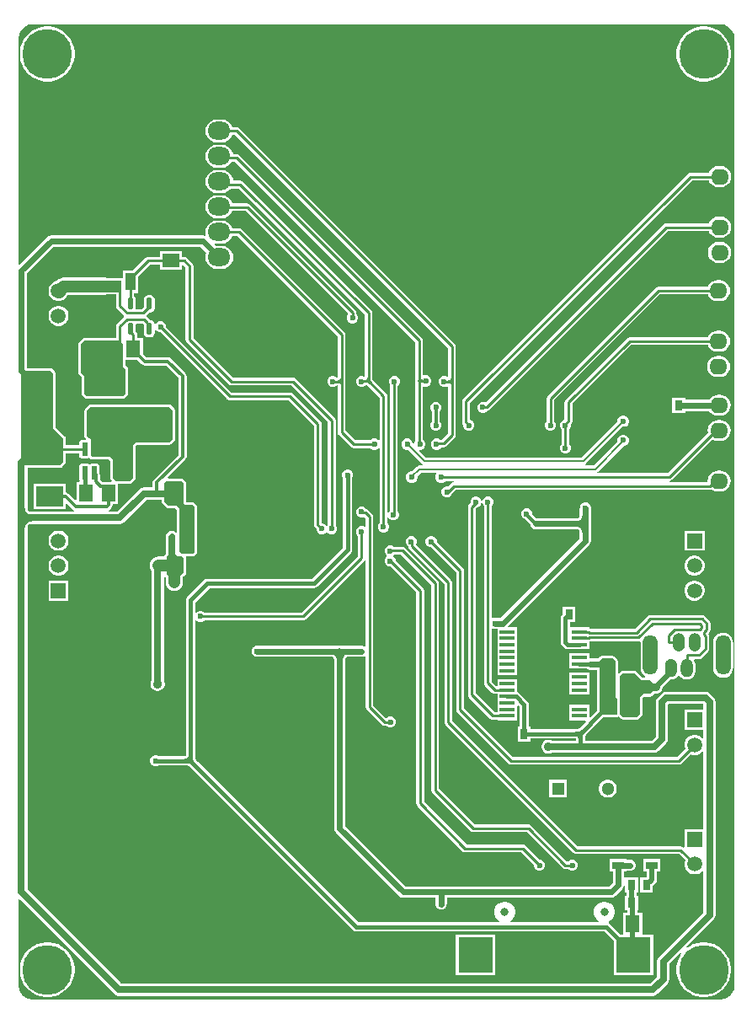
<source format=gbr>
%TF.GenerationSoftware,Altium Limited,Altium Designer,22.7.1 (60)*%
G04 Layer_Physical_Order=2*
G04 Layer_Color=16711680*
%FSLAX45Y45*%
%MOMM*%
%TF.SameCoordinates,C4916FE7-F214-4651-8B13-81D0A890374D*%
%TF.FilePolarity,Positive*%
%TF.FileFunction,Copper,L2,Bot,Signal*%
%TF.Part,Single*%
G01*
G75*
%TA.AperFunction,SMDPad,CuDef*%
%ADD23R,1.16000X2.72000*%
%ADD24R,1.40000X1.70000*%
%ADD25R,1.70000X1.40000*%
%ADD26R,1.00000X1.70000*%
%ADD27R,0.80000X1.00000*%
%TA.AperFunction,Conductor*%
%ADD37C,0.25400*%
%ADD38C,0.20000*%
%ADD39C,0.40000*%
%ADD40C,0.60000*%
%ADD41C,0.30000*%
%ADD42C,0.70000*%
%ADD43C,0.50000*%
%ADD44C,0.90000*%
%ADD45C,1.20000*%
%ADD46C,1.40000*%
%TA.AperFunction,ComponentPad*%
%ADD48O,1.80000X1.60000*%
%ADD49C,0.80000*%
%ADD50R,1.50800X1.50800*%
%ADD51C,1.50800*%
%ADD52O,1.50000X4.00000*%
%ADD53C,1.20000*%
%ADD54R,1.30000X1.30000*%
%ADD55C,1.30000*%
%ADD56O,2.30000X1.80000*%
%TA.AperFunction,ViaPad*%
%ADD57C,5.00000*%
%ADD58C,0.60000*%
%ADD59C,0.90000*%
%TA.AperFunction,SMDPad,CuDef*%
%ADD60R,3.50000X3.60000*%
%ADD61R,4.00000X4.00000*%
%ADD62R,0.48000X1.40000*%
%ADD63R,0.56000X1.52500*%
G04:AMPARAMS|DCode=64|XSize=1.34mm|YSize=0.59mm|CornerRadius=0.07375mm|HoleSize=0mm|Usage=FLASHONLY|Rotation=270.000|XOffset=0mm|YOffset=0mm|HoleType=Round|Shape=RoundedRectangle|*
%AMROUNDEDRECTD64*
21,1,1.34000,0.44250,0,0,270.0*
21,1,1.19250,0.59000,0,0,270.0*
1,1,0.14750,-0.22125,-0.59625*
1,1,0.14750,-0.22125,0.59625*
1,1,0.14750,0.22125,0.59625*
1,1,0.14750,0.22125,-0.59625*
%
%ADD64ROUNDEDRECTD64*%
%ADD65R,2.70000X2.05000*%
G04:AMPARAMS|DCode=66|XSize=2.2mm|YSize=3.8mm|CornerRadius=0.55mm|HoleSize=0mm|Usage=FLASHONLY|Rotation=270.000|XOffset=0mm|YOffset=0mm|HoleType=Round|Shape=RoundedRectangle|*
%AMROUNDEDRECTD66*
21,1,2.20000,2.70000,0,0,270.0*
21,1,1.10000,3.80000,0,0,270.0*
1,1,1.10000,-1.35000,-0.55000*
1,1,1.10000,-1.35000,0.55000*
1,1,1.10000,1.35000,0.55000*
1,1,1.10000,1.35000,-0.55000*
%
%ADD66ROUNDEDRECTD66*%
G04:AMPARAMS|DCode=67|XSize=2.3mm|YSize=2.5mm|CornerRadius=0.575mm|HoleSize=0mm|Usage=FLASHONLY|Rotation=0.000|XOffset=0mm|YOffset=0mm|HoleType=Round|Shape=RoundedRectangle|*
%AMROUNDEDRECTD67*
21,1,2.30000,1.35000,0,0,0.0*
21,1,1.15000,2.50000,0,0,0.0*
1,1,1.15000,0.57500,-0.67500*
1,1,1.15000,-0.57500,-0.67500*
1,1,1.15000,-0.57500,0.67500*
1,1,1.15000,0.57500,0.67500*
%
%ADD67ROUNDEDRECTD67*%
G04:AMPARAMS|DCode=68|XSize=1.21mm|YSize=0.59mm|CornerRadius=0.1475mm|HoleSize=0mm|Usage=FLASHONLY|Rotation=270.000|XOffset=0mm|YOffset=0mm|HoleType=Round|Shape=RoundedRectangle|*
%AMROUNDEDRECTD68*
21,1,1.21000,0.29500,0,0,270.0*
21,1,0.91500,0.59000,0,0,270.0*
1,1,0.29500,-0.14750,-0.45750*
1,1,0.29500,-0.14750,0.45750*
1,1,0.29500,0.14750,0.45750*
1,1,0.29500,0.14750,-0.45750*
%
%ADD68ROUNDEDRECTD68*%
%ADD69R,3.27000X1.15000*%
%ADD70R,1.50000X0.40000*%
%ADD71R,1.21000X0.73000*%
%TA.AperFunction,Conductor*%
%ADD72C,0.28107*%
%ADD73C,0.80000*%
G36*
X7150000Y9899999D02*
X7150000Y9900000D01*
X7164774Y9900000D01*
X7193753Y9894235D01*
X7221052Y9882928D01*
X7245619Y9866513D01*
X7266513Y9845620D01*
X7282928Y9821052D01*
X7294235Y9793753D01*
X7300000Y9764774D01*
X7299999Y9750000D01*
X7300000Y250000D01*
X7299999Y250000D01*
X7300000Y235226D01*
X7294235Y206246D01*
X7282928Y178948D01*
X7266512Y154380D01*
X7245619Y133487D01*
X7221051Y117072D01*
X7193753Y105764D01*
X7164773Y100000D01*
X7150000Y100000D01*
X250000D01*
X250000Y100000D01*
X235226Y100000D01*
X206246Y105765D01*
X178948Y117072D01*
X154380Y133487D01*
X133487Y154380D01*
X117072Y178948D01*
X105764Y206246D01*
X100000Y235226D01*
X100000Y250000D01*
Y1106314D01*
X111733Y1111174D01*
X1066454Y156454D01*
X1086433Y143104D01*
X1110000Y138416D01*
X6480000Y138417D01*
X6503567Y143105D01*
X6523546Y156454D01*
X6626491Y259399D01*
X6639840Y279378D01*
X6644528Y302945D01*
Y457436D01*
X6758222Y571130D01*
X6767909Y562856D01*
X6754457Y544341D01*
X6734777Y505717D01*
X6721381Y464490D01*
X6714600Y421675D01*
Y378325D01*
X6721381Y335510D01*
X6734777Y294283D01*
X6754457Y255659D01*
X6779937Y220589D01*
X6810589Y189937D01*
X6845659Y164457D01*
X6884283Y144777D01*
X6925510Y131381D01*
X6968325Y124600D01*
X7011675D01*
X7054490Y131381D01*
X7095717Y144777D01*
X7134341Y164457D01*
X7169411Y189937D01*
X7200063Y220589D01*
X7225543Y255659D01*
X7245223Y294283D01*
X7258619Y335510D01*
X7265400Y378325D01*
Y421675D01*
X7258619Y464490D01*
X7245223Y505717D01*
X7225543Y544341D01*
X7200063Y579411D01*
X7169411Y610063D01*
X7134341Y635543D01*
X7095717Y655223D01*
X7054490Y668619D01*
X7011675Y675400D01*
X6968325D01*
X6925510Y668619D01*
X6884283Y655223D01*
X6845659Y635543D01*
X6827144Y622091D01*
X6818870Y631778D01*
X7093546Y906454D01*
X7106896Y926433D01*
X7111583Y950000D01*
Y3088995D01*
X7106896Y3112562D01*
X7093546Y3132541D01*
X7052541Y3173546D01*
X7032562Y3186896D01*
X7008995Y3191583D01*
X6611005D01*
X6587438Y3186896D01*
X6567459Y3173546D01*
X6526454Y3132541D01*
X6513105Y3112562D01*
X6508417Y3088995D01*
Y2745509D01*
X6464492Y2701583D01*
X5797541D01*
X5796290Y2721010D01*
Y2729150D01*
X5796760Y2733390D01*
X5797789Y2738783D01*
X5799208Y2743929D01*
X5801018Y2748869D01*
X5803230Y2753639D01*
X5805866Y2758282D01*
X5808954Y2762826D01*
X5811617Y2766153D01*
X5979566Y2934102D01*
X6110000D01*
X6119911Y2936074D01*
X6128312Y2941688D01*
X6135000Y2948375D01*
X6161688Y2921688D01*
X6170090Y2916074D01*
X6180000Y2914102D01*
X6320000D01*
X6329911Y2916074D01*
X6338312Y2921688D01*
X6368312Y2951688D01*
X6373926Y2960089D01*
X6375898Y2970000D01*
Y3129273D01*
X6390727Y3144102D01*
X6450000D01*
X6459911Y3146074D01*
X6468312Y3151688D01*
X6490660Y3174036D01*
X6510000D01*
X6527073Y3176283D01*
X6542982Y3182873D01*
X6556643Y3193356D01*
X6567127Y3207018D01*
X6573716Y3222927D01*
X6574947Y3232275D01*
X6656862Y3314190D01*
X6659164Y3314116D01*
X6660000Y3314254D01*
X6660836Y3314116D01*
X6663935Y3314216D01*
X6664321Y3314306D01*
X6664714Y3314253D01*
X6667915Y3314453D01*
X6668752Y3314674D01*
X6669614Y3314615D01*
X6672714Y3315015D01*
X6673497Y3315279D01*
X6674321Y3315274D01*
X6677421Y3315874D01*
X6677884Y3316063D01*
X6678385Y3316080D01*
X6681385Y3316780D01*
X6682130Y3317117D01*
X6682943Y3317195D01*
X6685943Y3318095D01*
X6686637Y3318464D01*
X6687414Y3318585D01*
X6690414Y3319685D01*
X6690874Y3319965D01*
X6691402Y3320070D01*
X6694302Y3321270D01*
X6694765Y3321580D01*
X6695306Y3321711D01*
X6698106Y3323011D01*
X6698711Y3323453D01*
X6699428Y3323671D01*
X6702228Y3325171D01*
X6702939Y3325756D01*
X6703798Y3326085D01*
X6706498Y3327785D01*
X6706915Y3328179D01*
X6707442Y3328408D01*
X6710042Y3330208D01*
X6710446Y3330626D01*
X6710969Y3330881D01*
X6713469Y3332780D01*
X6714042Y3333428D01*
X6714794Y3333857D01*
X6717094Y3335858D01*
X6717475Y3336351D01*
X6718002Y3336686D01*
X6720302Y3338886D01*
X6720637Y3339364D01*
X6721115Y3339699D01*
X6723315Y3341999D01*
X6723649Y3342525D01*
X6724142Y3342906D01*
X6726142Y3345206D01*
X6726570Y3345956D01*
X6727217Y3346528D01*
X6729118Y3349028D01*
X6729374Y3349554D01*
X6729794Y3349960D01*
X6731594Y3352560D01*
X6731821Y3353085D01*
X6732215Y3353501D01*
X6732667Y3354219D01*
X6740000Y3356301D01*
X6747333Y3354219D01*
X6747785Y3353502D01*
X6748178Y3353086D01*
X6748406Y3352560D01*
X6750206Y3349960D01*
X6750625Y3349555D01*
X6750881Y3349030D01*
X6752781Y3346530D01*
X6753428Y3345957D01*
X6753857Y3345206D01*
X6755857Y3342906D01*
X6756351Y3342525D01*
X6756686Y3341998D01*
X6758886Y3339698D01*
X6759363Y3339364D01*
X6759698Y3338886D01*
X6761998Y3336686D01*
X6762524Y3336351D01*
X6762906Y3335858D01*
X6765206Y3333858D01*
X6765957Y3333428D01*
X6766531Y3332781D01*
X6769031Y3330881D01*
X6769554Y3330626D01*
X6769958Y3330208D01*
X6772558Y3328408D01*
X6773084Y3328179D01*
X6773501Y3327785D01*
X6776201Y3326085D01*
X6777061Y3325756D01*
X6777771Y3325172D01*
X6780571Y3323672D01*
X6781288Y3323453D01*
X6781894Y3323010D01*
X6784695Y3321710D01*
X6785235Y3321579D01*
X6785697Y3321271D01*
X6788597Y3320071D01*
X6789125Y3319966D01*
X6789586Y3319685D01*
X6792586Y3318585D01*
X6793363Y3318464D01*
X6794057Y3318095D01*
X6797057Y3317195D01*
X6797870Y3317117D01*
X6798615Y3316780D01*
X6801615Y3316080D01*
X6802115Y3316063D01*
X6802579Y3315874D01*
X6805679Y3315274D01*
X6806504Y3315278D01*
X6807285Y3315015D01*
X6810385Y3314615D01*
X6811249Y3314674D01*
X6812085Y3314453D01*
X6815285Y3314253D01*
X6815678Y3314306D01*
X6816064Y3314216D01*
X6819164Y3314116D01*
X6820000Y3314254D01*
X6820835Y3314116D01*
X6823936Y3314216D01*
X6824322Y3314306D01*
X6824715Y3314253D01*
X6827914Y3314453D01*
X6828752Y3314674D01*
X6829614Y3314615D01*
X6832714Y3315015D01*
X6833496Y3315278D01*
X6834321Y3315274D01*
X6837420Y3315874D01*
X6837884Y3316063D01*
X6838385Y3316080D01*
X6841385Y3316780D01*
X6842130Y3317117D01*
X6842943Y3317195D01*
X6845943Y3318095D01*
X6846637Y3318464D01*
X6847414Y3318585D01*
X6850414Y3319685D01*
X6850874Y3319966D01*
X6851403Y3320071D01*
X6854303Y3321271D01*
X6854765Y3321579D01*
X6855305Y3321710D01*
X6858105Y3323010D01*
X6858711Y3323453D01*
X6859429Y3323672D01*
X6862229Y3325172D01*
X6862939Y3325756D01*
X6863798Y3326085D01*
X6866498Y3327785D01*
X6866915Y3328179D01*
X6867442Y3328408D01*
X6870042Y3330208D01*
X6870446Y3330626D01*
X6870969Y3330881D01*
X6873469Y3332780D01*
X6874042Y3333428D01*
X6874793Y3333857D01*
X6877093Y3335858D01*
X6877475Y3336351D01*
X6878001Y3336686D01*
X6880301Y3338886D01*
X6880636Y3339364D01*
X6881114Y3339698D01*
X6883314Y3341998D01*
X6883649Y3342525D01*
X6884142Y3342906D01*
X6886142Y3345206D01*
X6886571Y3345957D01*
X6887218Y3346530D01*
X6889119Y3349030D01*
X6889374Y3349555D01*
X6889794Y3349960D01*
X6891594Y3352560D01*
X6891821Y3353085D01*
X6892215Y3353501D01*
X6893915Y3356202D01*
X6894244Y3357060D01*
X6894827Y3357770D01*
X6896327Y3360569D01*
X6896546Y3361288D01*
X6896990Y3361895D01*
X6898289Y3364695D01*
X6898421Y3365235D01*
X6898730Y3365698D01*
X6899930Y3368599D01*
X6900034Y3369126D01*
X6900314Y3369584D01*
X6901414Y3372584D01*
X6901536Y3373363D01*
X6901905Y3374059D01*
X6902805Y3377059D01*
X6902883Y3377872D01*
X6903220Y3378615D01*
X6903920Y3381615D01*
X6903936Y3382115D01*
X6904125Y3382577D01*
X6904725Y3385678D01*
X6904721Y3386504D01*
X6904985Y3387288D01*
X6905385Y3390388D01*
X6905326Y3391249D01*
X6905547Y3392083D01*
X6905747Y3395283D01*
X6905694Y3395679D01*
X6905784Y3396067D01*
X6905884Y3399167D01*
X6905815Y3399585D01*
X6905897Y3400000D01*
Y3460000D01*
X6905814Y3460416D01*
X6905884Y3460834D01*
X6905784Y3463933D01*
X6905694Y3464321D01*
X6905747Y3464717D01*
X6905547Y3467917D01*
X6905326Y3468751D01*
X6905385Y3469612D01*
X6904985Y3472712D01*
X6904721Y3473496D01*
X6904725Y3474322D01*
X6904125Y3477423D01*
X6903936Y3477885D01*
X6903920Y3478385D01*
X6903220Y3481385D01*
X6902883Y3482128D01*
X6902805Y3482941D01*
X6901905Y3485941D01*
X6901536Y3486637D01*
X6901414Y3487416D01*
X6900314Y3490416D01*
X6900034Y3490874D01*
X6899930Y3491401D01*
X6898730Y3494301D01*
X6898421Y3494764D01*
X6898289Y3495305D01*
X6896990Y3498105D01*
X6896546Y3498712D01*
X6896327Y3499431D01*
X6894827Y3502230D01*
X6894244Y3502940D01*
X6893915Y3503798D01*
X6892215Y3506498D01*
X6891821Y3506914D01*
X6891594Y3507440D01*
X6891469Y3507620D01*
X6894257Y3516402D01*
X6897964Y3520320D01*
X6941142D01*
X6956536Y3523382D01*
X6969586Y3532102D01*
X7035497Y3598014D01*
X7044218Y3611064D01*
X7047280Y3626458D01*
Y3749442D01*
X7044218Y3764836D01*
X7036325Y3776649D01*
X7047091Y3787415D01*
X7055811Y3800466D01*
X7058873Y3815860D01*
Y3879262D01*
X7055811Y3894656D01*
X7047091Y3907706D01*
X7002258Y3952539D01*
X6989208Y3961259D01*
X6973814Y3964321D01*
X6452999D01*
X6437605Y3961259D01*
X6424555Y3952539D01*
X6298956Y3826940D01*
X5847336D01*
X5840400Y3828319D01*
Y3840400D01*
X5646289D01*
Y3894600D01*
X5700400D01*
Y4045400D01*
X5569600D01*
Y3970063D01*
X5567268Y3967732D01*
X5557234Y3952714D01*
X5553710Y3935000D01*
X5553711Y3934999D01*
Y3688433D01*
X5553710Y3688432D01*
X5557234Y3670717D01*
X5567268Y3655700D01*
X5590699Y3632269D01*
X5590700Y3632268D01*
X5605717Y3622234D01*
X5623431Y3618711D01*
X5740000D01*
X5744472Y3619600D01*
X5840400D01*
Y3696681D01*
X5847335Y3698060D01*
X6335677D01*
X6342831Y3699483D01*
X6354281Y3689155D01*
X6353734Y3685000D01*
Y3435000D01*
X6357184Y3408790D01*
X6367301Y3384367D01*
X6383394Y3363394D01*
X6402677Y3348598D01*
X6402150Y3342429D01*
X6399177Y3335897D01*
X6370724D01*
X6338313Y3368310D01*
X6338312Y3368310D01*
X6308313Y3398312D01*
X6308312Y3398312D01*
X6303074Y3401812D01*
X6299911Y3403926D01*
X6290001Y3405898D01*
X6180000D01*
X6170090Y3403926D01*
X6161688Y3398312D01*
X6138598Y3375222D01*
X6125898Y3380483D01*
Y3500000D01*
X6123926Y3509911D01*
X6118312Y3518312D01*
X6088312Y3548312D01*
X6079911Y3553926D01*
X6070000Y3555898D01*
X5969999D01*
X5960089Y3553926D01*
X5951687Y3548312D01*
X5951686Y3548312D01*
X5929861Y3526485D01*
X5850000D01*
X5840400Y3534364D01*
Y3580400D01*
X5639600D01*
Y3489600D01*
Y3424600D01*
X5735528D01*
X5740000Y3423710D01*
X5819560D01*
X5828384Y3417814D01*
X5850000Y3413515D01*
X5914102D01*
Y2999566D01*
X5852133Y2937597D01*
X5840400Y2942457D01*
Y3060400D01*
X5639600D01*
Y2969600D01*
Y2904600D01*
X5802543D01*
X5807403Y2892867D01*
X5746152Y2831616D01*
X5742825Y2828953D01*
X5738281Y2825865D01*
X5733639Y2823229D01*
X5728869Y2821018D01*
X5723929Y2819208D01*
X5718784Y2817789D01*
X5713390Y2816760D01*
X5709148Y2816290D01*
X5250400D01*
Y2845400D01*
X5231290D01*
Y3061567D01*
X5231290Y3061569D01*
X5227766Y3079283D01*
X5217732Y3094300D01*
X5217731Y3094301D01*
X5134300Y3177732D01*
X5119283Y3187766D01*
X5115400Y3188538D01*
Y3320400D01*
X4914601D01*
Y3258298D01*
X4908051Y3254181D01*
X4901901Y3253037D01*
X4858847Y3296091D01*
Y3820312D01*
X4859866Y3821731D01*
X4871026Y3827783D01*
X4871547Y3827723D01*
X4876540Y3826729D01*
X4881680Y3824600D01*
X4887243D01*
X4892700Y3823515D01*
X4914601D01*
Y3749600D01*
Y3684600D01*
Y3619600D01*
Y3554600D01*
Y3489600D01*
Y3424600D01*
Y3359600D01*
X5115400D01*
Y3424600D01*
Y3489600D01*
Y3554600D01*
Y3619600D01*
Y3684600D01*
Y3749600D01*
Y3840400D01*
X5026876D01*
X5022016Y3852133D01*
X5839941Y4670058D01*
X5839941Y4670059D01*
X5852186Y4688384D01*
X5856486Y4710000D01*
X5856485Y4710002D01*
Y4880000D01*
Y5040000D01*
X5855400Y5045457D01*
Y5051020D01*
X5853271Y5056160D01*
X5852186Y5061616D01*
X5849095Y5066242D01*
X5846966Y5071382D01*
X5843033Y5075315D01*
X5839941Y5079941D01*
X5835315Y5083033D01*
X5831382Y5086966D01*
X5826242Y5089095D01*
X5821616Y5092186D01*
X5816160Y5093271D01*
X5811020Y5095400D01*
X5805457D01*
X5800000Y5096485D01*
X5794544Y5095400D01*
X5788980D01*
X5783840Y5093271D01*
X5778384Y5092186D01*
X5773759Y5089095D01*
X5768619Y5086966D01*
X5764685Y5083033D01*
X5760059Y5079941D01*
X5756968Y5075315D01*
X5753034Y5071382D01*
X5750905Y5066242D01*
X5747815Y5061616D01*
X5746729Y5056160D01*
X5744600Y5051020D01*
Y5045457D01*
X5743515Y5040000D01*
Y4960936D01*
X5742428Y4954781D01*
X5740738Y4949710D01*
X5738779Y4946070D01*
X5736597Y4943403D01*
X5733929Y4941221D01*
X5730290Y4939262D01*
X5725220Y4937572D01*
X5719064Y4936485D01*
X5307005D01*
X5279988Y4960147D01*
X5265400Y4974736D01*
Y4991020D01*
X5256966Y5011381D01*
X5241381Y5026966D01*
X5221020Y5035400D01*
X5198980D01*
X5178619Y5026966D01*
X5163034Y5011381D01*
X5154600Y4991020D01*
Y4968980D01*
X5163034Y4948618D01*
X5178619Y4933034D01*
X5198980Y4924600D01*
X5199029D01*
X5224336Y4899292D01*
X5237501Y4885194D01*
X5244716Y4876445D01*
X5246548Y4873889D01*
X5246644Y4873733D01*
X5249697Y4858384D01*
X5261941Y4840059D01*
X5280266Y4827814D01*
X5301882Y4823515D01*
X5719064D01*
X5725219Y4822428D01*
X5730290Y4820738D01*
X5733930Y4818779D01*
X5736597Y4816596D01*
X5738779Y4813929D01*
X5740738Y4810290D01*
X5742428Y4805219D01*
X5743515Y4799064D01*
Y4733397D01*
X4946603Y3936485D01*
X4892700D01*
X4887243Y3935400D01*
X4881680D01*
X4876540Y3933271D01*
X4871547Y3932278D01*
X4871026Y3932217D01*
X4859866Y3938269D01*
X4858847Y3939689D01*
Y5060499D01*
X4866966Y5068619D01*
X4875400Y5088980D01*
Y5111020D01*
X4866966Y5131381D01*
X4851381Y5146966D01*
X4831020Y5155400D01*
X4808980D01*
X4788619Y5146966D01*
X4773034Y5131381D01*
X4766873Y5116508D01*
X4753127D01*
X4746966Y5131381D01*
X4731381Y5146966D01*
X4711020Y5155400D01*
X4688980D01*
X4668619Y5146966D01*
X4653034Y5131381D01*
X4644600Y5111020D01*
Y5090174D01*
X4629831Y5075406D01*
X4621411Y5062803D01*
X4618454Y5047937D01*
Y3162700D01*
X4621411Y3147834D01*
X4629831Y3135231D01*
X4842531Y2922531D01*
X4855134Y2914111D01*
X4870000Y2911153D01*
X4914601D01*
Y2904600D01*
X5115400D01*
Y2969600D01*
Y3049112D01*
X5127134Y3053972D01*
X5138711Y3042395D01*
Y2845400D01*
X5119600D01*
Y2694600D01*
X5250400D01*
Y2723711D01*
X5695287D01*
X5698021Y2723228D01*
X5700090Y2722538D01*
X5701129Y2721979D01*
X5701596Y2721596D01*
X5701979Y2721129D01*
X5702539Y2720090D01*
X5703228Y2718021D01*
X5703711Y2715287D01*
Y2706224D01*
X5703682Y2703832D01*
X5703562Y2701583D01*
X5464135D01*
X5457173Y2705602D01*
X5439269Y2710400D01*
X5420732D01*
X5402827Y2705602D01*
X5386773Y2696334D01*
X5373666Y2683227D01*
X5364398Y2667173D01*
X5359600Y2649269D01*
Y2630732D01*
X5364398Y2612827D01*
X5373666Y2596773D01*
X5386773Y2583666D01*
X5402827Y2574398D01*
X5420732Y2569600D01*
X5439269D01*
X5457173Y2574398D01*
X5464135Y2578417D01*
X6490000D01*
X6513567Y2583105D01*
X6533546Y2596454D01*
X6613546Y2676454D01*
X6626896Y2696433D01*
X6631583Y2720000D01*
Y3063486D01*
X6636514Y3068417D01*
X6983486D01*
X6988417Y3063486D01*
Y3010800D01*
X6799200D01*
Y2809200D01*
X6988417D01*
Y2732096D01*
X6975717Y2726836D01*
X6961892Y2740660D01*
X6938907Y2753930D01*
X6913270Y2760800D01*
X6886729D01*
X6861093Y2753930D01*
X6838107Y2740660D01*
X6819340Y2721892D01*
X6806069Y2698907D01*
X6799200Y2673270D01*
Y2646730D01*
X6806069Y2621093D01*
X6806101Y2621038D01*
X6723909Y2538847D01*
X5067535D01*
X4578847Y3027535D01*
Y4410000D01*
X4575890Y4424866D01*
X4567469Y4437468D01*
X4305400Y4699537D01*
Y4711020D01*
X4296966Y4731381D01*
X4281381Y4746966D01*
X4261020Y4755400D01*
X4238980D01*
X4218618Y4746966D01*
X4203034Y4731381D01*
X4194600Y4711020D01*
Y4688980D01*
X4203034Y4668619D01*
X4218618Y4653034D01*
X4238980Y4644600D01*
X4250463D01*
X4501154Y4393909D01*
Y3011444D01*
X4504111Y2996578D01*
X4512531Y2983976D01*
X5023976Y2472532D01*
X5036578Y2464111D01*
X5051444Y2461154D01*
X6740000D01*
X6754866Y2464111D01*
X6767469Y2472532D01*
X6861038Y2566101D01*
X6861093Y2566070D01*
X6886729Y2559200D01*
X6913270D01*
X6938907Y2566070D01*
X6961892Y2579340D01*
X6975717Y2593164D01*
X6988417Y2587904D01*
Y1810800D01*
X6799200D01*
Y1632328D01*
X6792173Y1629418D01*
X6786500Y1628116D01*
X6774866Y1635890D01*
X6760000Y1638847D01*
X5726091D01*
X4458847Y2906090D01*
Y4290000D01*
X4455889Y4304866D01*
X4447469Y4317469D01*
X4096642Y4668295D01*
X4096966Y4668619D01*
X4105400Y4688980D01*
Y4711020D01*
X4096966Y4731381D01*
X4081381Y4746966D01*
X4061020Y4755400D01*
X4038980D01*
X4018619Y4746966D01*
X4003034Y4731381D01*
X3994600Y4711020D01*
Y4688980D01*
X4003034Y4668619D01*
X4017774Y4653879D01*
Y4653380D01*
X4020731Y4638514D01*
X4029152Y4625911D01*
X4381154Y4273909D01*
Y2890000D01*
X4384111Y2875134D01*
X4392531Y2862531D01*
X5682531Y1572531D01*
X5695134Y1564111D01*
X5710000Y1561154D01*
X6743909D01*
X6806101Y1498962D01*
X6806069Y1498907D01*
X6799200Y1473270D01*
Y1446729D01*
X6806069Y1421093D01*
X6819340Y1398107D01*
X6838107Y1379340D01*
X6861093Y1366069D01*
X6886729Y1359200D01*
X6913270D01*
X6938907Y1366069D01*
X6961892Y1379340D01*
X6975717Y1393164D01*
X6988417Y1387904D01*
Y975509D01*
X6539399Y526491D01*
X6526049Y506512D01*
X6521362Y482945D01*
Y328454D01*
X6454491Y261583D01*
X1135509Y261583D01*
X191583Y1205509D01*
X191583Y4845952D01*
X192972Y4853819D01*
X195162Y4860391D01*
X197821Y4865329D01*
X200904Y4869096D01*
X204671Y4872179D01*
X209610Y4874838D01*
X216181Y4877028D01*
X224048Y4878417D01*
X1120000D01*
X1143567Y4883105D01*
X1163546Y4896454D01*
X1389509Y5122417D01*
X1544102D01*
Y5100000D01*
X1546074Y5090089D01*
X1551688Y5081688D01*
X1591687Y5041688D01*
X1600089Y5036074D01*
X1610000Y5034102D01*
X1679272D01*
X1694102Y5019273D01*
X1694102Y4799114D01*
X1682369Y4794253D01*
X1678308Y4798313D01*
X1672989Y4801867D01*
X1669908Y4803926D01*
X1669908Y4803926D01*
X1669906Y4803927D01*
X1664479Y4805006D01*
X1659998Y4805897D01*
X1630000Y4805898D01*
X1620089Y4803927D01*
X1611688Y4798313D01*
X1591687Y4778312D01*
X1586074Y4769910D01*
X1584102Y4760000D01*
Y4580727D01*
X1577775Y4574400D01*
X1576300D01*
Y4572925D01*
X1571687Y4568312D01*
X1566074Y4559911D01*
X1564129Y4550137D01*
X1504001D01*
X1481707Y4547202D01*
X1460932Y4538597D01*
X1443093Y4524908D01*
X1429404Y4507069D01*
X1420799Y4486294D01*
X1417864Y4464000D01*
X1420799Y4441707D01*
X1429404Y4420932D01*
X1438417Y4409186D01*
Y3304135D01*
X1434398Y3297173D01*
X1429600Y3279269D01*
Y3260732D01*
X1434398Y3242827D01*
X1443666Y3226773D01*
X1456773Y3213666D01*
X1472827Y3204398D01*
X1490732Y3199600D01*
X1509269D01*
X1527173Y3204398D01*
X1543227Y3213666D01*
X1556334Y3226773D01*
X1565602Y3242827D01*
X1566350Y3245617D01*
X1566896Y3246433D01*
X1567837Y3251167D01*
X1570400Y3260732D01*
Y3264051D01*
X1571583Y3270000D01*
Y3275412D01*
X1566896Y3298979D01*
X1561583Y3306929D01*
Y4343257D01*
X1574244Y4353957D01*
X1576300Y4353600D01*
X1583863Y4344033D01*
Y4290000D01*
X1586798Y4267706D01*
X1595403Y4246932D01*
X1609092Y4229092D01*
X1626932Y4215404D01*
X1647706Y4206798D01*
X1670000Y4203863D01*
X1692294Y4206798D01*
X1713068Y4215404D01*
X1730908Y4229092D01*
X1744596Y4246932D01*
X1753202Y4267706D01*
X1756137Y4290000D01*
Y4349512D01*
X1760225Y4353601D01*
X1767100D01*
Y4360476D01*
X1778312Y4371687D01*
X1783926Y4380089D01*
X1785897Y4390000D01*
X1785897Y4530000D01*
X1783926Y4539911D01*
X1782929Y4541402D01*
X1789718Y4554102D01*
X1850000D01*
X1859911Y4556074D01*
X1868312Y4561688D01*
X1868313Y4561688D01*
X1888311Y4581687D01*
X1888312Y4581687D01*
X1893926Y4590089D01*
X1895897Y4600000D01*
X1895897Y5050000D01*
X1893926Y5059911D01*
X1888312Y5068312D01*
X1868312Y5088312D01*
X1859910Y5093926D01*
X1850000Y5095898D01*
X1796598Y5095897D01*
X1785897Y5106598D01*
Y5290000D01*
X1783926Y5299911D01*
X1778312Y5308312D01*
X1758313Y5328311D01*
X1758313Y5328312D01*
X1749911Y5333926D01*
X1740001Y5335897D01*
X1605156Y5335898D01*
X1599895Y5348598D01*
X1779127Y5527829D01*
X1788056Y5541193D01*
X1791191Y5556956D01*
Y6362426D01*
X1788056Y6378189D01*
X1779127Y6391553D01*
X1630340Y6540339D01*
X1616977Y6549269D01*
X1601213Y6552404D01*
X1386549D01*
X1351100Y6587853D01*
Y6750400D01*
X1294547D01*
Y6776738D01*
X1291589Y6791604D01*
X1283169Y6804206D01*
X1280687Y6806688D01*
Y6885297D01*
X1287746Y6893900D01*
X1349856D01*
X1359314Y6884442D01*
Y6793797D01*
X1362430Y6778131D01*
X1371304Y6764851D01*
X1384584Y6755977D01*
X1400250Y6752861D01*
X1429750D01*
X1445416Y6755977D01*
X1458697Y6764851D01*
X1467571Y6778131D01*
X1470687Y6793797D01*
Y6825241D01*
X1481470Y6828191D01*
X1483387Y6828266D01*
X1498619Y6813034D01*
X1518980Y6804600D01*
X1530463D01*
X2202532Y6132532D01*
X2215134Y6124111D01*
X2230000Y6121154D01*
X2813909D01*
X3071153Y5863910D01*
Y4870000D01*
X3074110Y4855134D01*
X3082531Y4842532D01*
X3094600Y4830463D01*
Y4818980D01*
X3103034Y4798619D01*
X3118619Y4783034D01*
X3138980Y4774600D01*
X3161020D01*
X3181381Y4783034D01*
X3191703Y4793356D01*
X3200000Y4797209D01*
X3208297Y4793356D01*
X3218619Y4783034D01*
X3238980Y4774600D01*
X3261020D01*
X3281382Y4783034D01*
X3296966Y4798619D01*
X3305400Y4818980D01*
Y4841020D01*
X3296966Y4861381D01*
X3288847Y4869501D01*
Y5920000D01*
X3285890Y5934866D01*
X3277469Y5947469D01*
X2887469Y6337469D01*
X2874866Y6345890D01*
X2860000Y6348847D01*
X2256090D01*
X1858846Y6746091D01*
Y7470000D01*
X1855889Y7484866D01*
X1847468Y7497469D01*
X1793169Y7551768D01*
X1780566Y7560189D01*
X1765700Y7563146D01*
X1740400D01*
Y7619700D01*
X1519600D01*
Y7563146D01*
X1404300D01*
X1389434Y7560189D01*
X1376831Y7551768D01*
X1245463Y7420400D01*
X1149600D01*
Y7349154D01*
X993022D01*
X992294Y7349456D01*
X970000Y7352391D01*
X551678D01*
X529385Y7349456D01*
X508610Y7340850D01*
X490770Y7327162D01*
X482642Y7319033D01*
X463593Y7313929D01*
X440608Y7300659D01*
X421841Y7281891D01*
X408570Y7258906D01*
X401701Y7233269D01*
Y7206728D01*
X408570Y7181092D01*
X421841Y7158106D01*
X440608Y7139339D01*
X463593Y7126068D01*
X489230Y7119199D01*
X515771D01*
X541408Y7126068D01*
X564393Y7139339D01*
X583161Y7158106D01*
X595869Y7180117D01*
X970000D01*
X992294Y7183052D01*
X993022Y7183354D01*
X1081953D01*
Y7067143D01*
X1084910Y7052277D01*
X1093331Y7039674D01*
X1159764Y6973241D01*
X1161880Y6965046D01*
X1159764Y6956851D01*
X1093331Y6890418D01*
X1084910Y6877815D01*
X1081953Y6862949D01*
Y6746554D01*
X781100D01*
Y6745898D01*
X760000D01*
X750089Y6743926D01*
X741688Y6738312D01*
X711688Y6708312D01*
X706074Y6699911D01*
X704102Y6690000D01*
Y6400000D01*
X706074Y6390089D01*
X711688Y6381688D01*
X734102Y6359273D01*
Y6190000D01*
X736074Y6180089D01*
X741688Y6171688D01*
X771688Y6141688D01*
X780089Y6136074D01*
X790000Y6134103D01*
X1150000D01*
X1159911Y6136074D01*
X1168312Y6141688D01*
X1198312Y6171688D01*
X1203926Y6180089D01*
X1205898Y6190000D01*
Y6210000D01*
Y6430000D01*
X1203926Y6439911D01*
X1198312Y6448312D01*
X1175898Y6470727D01*
Y6529600D01*
X1292847D01*
X1340361Y6482086D01*
X1353724Y6473157D01*
X1369487Y6470021D01*
X1584152D01*
X1708809Y6345364D01*
Y5574018D01*
X1460873Y5326083D01*
X1451944Y5312719D01*
X1448809Y5296956D01*
Y5245584D01*
X1364000D01*
X1340433Y5240896D01*
X1320454Y5227546D01*
X1094491Y5001583D01*
X1012343D01*
X1008491Y5014283D01*
X1018353Y5020873D01*
X1035927Y5038447D01*
X1044856Y5051811D01*
X1047992Y5067574D01*
Y5080054D01*
X1102200D01*
Y5284102D01*
X1220000Y5284102D01*
X1229910Y5286074D01*
X1238312Y5291687D01*
X1268312Y5321688D01*
X1273926Y5330089D01*
X1275897Y5340000D01*
Y5659273D01*
X1290727Y5674102D01*
X1619995D01*
X1629906Y5676074D01*
X1638308Y5681688D01*
X1668312Y5711692D01*
X1673926Y5720094D01*
X1675897Y5730005D01*
Y6020000D01*
X1673926Y6029911D01*
X1668312Y6038313D01*
X1638312Y6068312D01*
X1629911Y6073926D01*
X1620000Y6075898D01*
X820000Y6075897D01*
X810090Y6073926D01*
X801688Y6068312D01*
X771688Y6038312D01*
X766074Y6029911D01*
X764102Y6020000D01*
Y5760000D01*
X764463Y5758185D01*
X764363Y5756335D01*
X765440Y5753272D01*
X766074Y5750089D01*
X767102Y5748550D01*
X767717Y5746803D01*
X769884Y5744386D01*
X771688Y5741687D01*
X773227Y5740659D01*
X774463Y5739281D01*
X779910Y5735196D01*
X775677Y5722496D01*
X745375D01*
X732587Y5719952D01*
X721746Y5712708D01*
X714502Y5701867D01*
X711958Y5689079D01*
Y5668300D01*
X575898D01*
Y5740000D01*
X573926Y5749911D01*
X572900Y5751446D01*
Y5753354D01*
X571625D01*
X568312Y5758312D01*
X475898Y5850727D01*
Y6390000D01*
X473926Y6399910D01*
X468313Y6408312D01*
X438312Y6438312D01*
X429910Y6443926D01*
X420000Y6445898D01*
X186485D01*
Y7396603D01*
X453397Y7663515D01*
X1932602D01*
X1990602Y7605515D01*
X1982570Y7586125D01*
X1978604Y7556000D01*
X1982570Y7525874D01*
X1994198Y7497802D01*
X2012695Y7473696D01*
X2036802Y7455198D01*
X2064874Y7443570D01*
X2094999Y7439604D01*
X2145000D01*
X2175125Y7443570D01*
X2203198Y7455198D01*
X2227304Y7473696D01*
X2245801Y7497802D01*
X2257429Y7525874D01*
X2261395Y7556000D01*
X2257429Y7586125D01*
X2245801Y7614198D01*
X2227304Y7638304D01*
X2203198Y7656801D01*
X2175125Y7668429D01*
X2145000Y7672395D01*
X2094999D01*
X2084826Y7671056D01*
X2072068Y7683814D01*
X2078000Y7695842D01*
X2094999Y7693604D01*
X2145000D01*
X2175125Y7697570D01*
X2203198Y7709198D01*
X2227304Y7727696D01*
X2245801Y7751802D01*
X2253817Y7771153D01*
X2303910D01*
X3311153Y6763909D01*
Y6351376D01*
X3298453Y6349894D01*
X3291382Y6356966D01*
X3271020Y6365400D01*
X3248980D01*
X3228619Y6356966D01*
X3213034Y6341382D01*
X3204600Y6321020D01*
Y6298980D01*
X3213034Y6278619D01*
X3228619Y6263034D01*
X3248980Y6254600D01*
X3271020D01*
X3291382Y6263034D01*
X3298453Y6270106D01*
X3311153Y6268624D01*
Y5800000D01*
X3314110Y5785134D01*
X3322531Y5772532D01*
X3442531Y5652531D01*
X3455134Y5644111D01*
X3470000Y5641154D01*
X3640499D01*
X3648619Y5633034D01*
X3668980Y5624600D01*
X3691020D01*
X3711381Y5633034D01*
X3718454Y5640106D01*
X3731154Y5634846D01*
Y4889501D01*
X3723034Y4881381D01*
X3714600Y4861020D01*
Y4838980D01*
X3723034Y4818619D01*
X3738619Y4803034D01*
X3758980Y4794600D01*
X3781020D01*
X3801382Y4803034D01*
X3816966Y4818619D01*
X3825400Y4838980D01*
Y4861020D01*
X3816966Y4881381D01*
X3808847Y4889501D01*
Y4939683D01*
X3821547Y4942209D01*
X3823034Y4938619D01*
X3838618Y4923034D01*
X3858980Y4914600D01*
X3881020D01*
X3901381Y4923034D01*
X3916966Y4938619D01*
X3925400Y4958980D01*
Y4981020D01*
X3916966Y5001381D01*
X3913846Y5004501D01*
Y6265499D01*
X3926966Y6278619D01*
X3935400Y6298980D01*
Y6321020D01*
X3926966Y6341382D01*
X3911382Y6356966D01*
X3891020Y6365400D01*
X3868980D01*
X3848619Y6356966D01*
X3833034Y6341382D01*
X3824600Y6321020D01*
Y6298980D01*
X3833034Y6278619D01*
X3836153Y6275500D01*
Y5014501D01*
X3823034Y5001381D01*
X3821547Y4997791D01*
X3808847Y5000317D01*
Y6162187D01*
X3805890Y6177053D01*
X3797469Y6189655D01*
X3666182Y6320942D01*
X3665045Y6322363D01*
X3663507Y6324626D01*
X3662214Y6326904D01*
X3661137Y6329226D01*
X3660256Y6331630D01*
X3659560Y6334154D01*
X3659047Y6336847D01*
X3658847Y6338649D01*
Y7000000D01*
X3655890Y7014866D01*
X3647469Y7027469D01*
X2359050Y8315887D01*
X2346447Y8324308D01*
X2331582Y8327265D01*
X2260176D01*
X2257429Y8348125D01*
X2245801Y8376198D01*
X2227304Y8400304D01*
X2203198Y8418801D01*
X2175125Y8430429D01*
X2145000Y8434395D01*
X2094999D01*
X2064874Y8430429D01*
X2036802Y8418801D01*
X2012695Y8400304D01*
X1994198Y8376198D01*
X1982570Y8348125D01*
X1978604Y8318000D01*
X1982570Y8287874D01*
X1994198Y8259802D01*
X2012695Y8235696D01*
X2036802Y8217198D01*
X2064874Y8205570D01*
X2094999Y8201604D01*
X2145000D01*
X2175125Y8205570D01*
X2203198Y8217198D01*
X2227304Y8235696D01*
X2237951Y8249572D01*
X2315491D01*
X3581154Y6983909D01*
Y6368490D01*
X3570594Y6361434D01*
X3561020Y6365400D01*
X3538980D01*
X3518619Y6356966D01*
X3503034Y6341382D01*
X3494600Y6321020D01*
Y6298980D01*
X3503034Y6278619D01*
X3518619Y6263034D01*
X3538980Y6254600D01*
X3561020D01*
X3581381Y6263034D01*
X3591688Y6273340D01*
X3593537D01*
X3595343Y6273140D01*
X3598033Y6272627D01*
X3600557Y6271931D01*
X3602960Y6271050D01*
X3605285Y6269972D01*
X3607560Y6268680D01*
X3609824Y6267142D01*
X3611244Y6266005D01*
X3731154Y6146096D01*
Y5725154D01*
X3718454Y5719894D01*
X3711381Y5726966D01*
X3691020Y5735400D01*
X3668980D01*
X3648619Y5726966D01*
X3640499Y5718847D01*
X3486091D01*
X3388846Y5816091D01*
Y6310000D01*
Y6780000D01*
X3385889Y6794866D01*
X3377468Y6807469D01*
X2347469Y7837468D01*
X2334866Y7845889D01*
X2320000Y7848846D01*
X2253817D01*
X2245801Y7868198D01*
X2227304Y7892304D01*
X2203198Y7910801D01*
X2175125Y7922429D01*
X2145000Y7926395D01*
X2094999D01*
X2064874Y7922429D01*
X2036802Y7910801D01*
X2012695Y7892304D01*
X1994198Y7868198D01*
X1982570Y7840125D01*
X1978604Y7810000D01*
X1982120Y7783287D01*
X1975056Y7775479D01*
X1971505Y7773401D01*
X1955999Y7776486D01*
X1955998Y7776485D01*
X430001D01*
X430000Y7776486D01*
X408384Y7772186D01*
X390059Y7759941D01*
X390058Y7759941D01*
X111733Y7481616D01*
X100000Y7486476D01*
Y9749999D01*
X100001Y9749999D01*
X100000Y9749999D01*
X100000Y9764772D01*
X105764Y9793752D01*
X117071Y9821051D01*
X133486Y9845619D01*
X154380Y9866512D01*
X178948Y9882928D01*
X206246Y9894235D01*
X235226Y9900000D01*
X250000Y9900000D01*
X7149999Y9900000D01*
X7150000Y9899999D01*
D02*
G37*
G36*
X3632700Y6342847D02*
X3632880Y6337842D01*
X3633418Y6332985D01*
X3634317Y6328277D01*
X3635574Y6323718D01*
X3637190Y6319307D01*
X3639166Y6315046D01*
X3641501Y6310933D01*
X3644195Y6306969D01*
X3647248Y6303153D01*
X3650661Y6299487D01*
X3632700Y6281526D01*
X3629034Y6284939D01*
X3625218Y6287992D01*
X3621254Y6290686D01*
X3617141Y6293021D01*
X3612880Y6294997D01*
X3608469Y6296613D01*
X3603910Y6297870D01*
X3599202Y6298768D01*
X3594345Y6299307D01*
X3589340Y6299487D01*
X3581900Y6324887D01*
X3586726Y6325141D01*
X3591044Y6325903D01*
X3594854Y6327173D01*
X3598156Y6328951D01*
X3600950Y6331237D01*
X3603236Y6334031D01*
X3605014Y6337333D01*
X3606284Y6341143D01*
X3607046Y6345461D01*
X3607300Y6350287D01*
X3632700Y6342847D01*
D02*
G37*
G36*
X3362700Y6310000D02*
X3337300Y6271900D01*
X3337046Y6276726D01*
X3336284Y6281044D01*
X3335014Y6284854D01*
X3333236Y6288156D01*
X3330950Y6290950D01*
X3328156Y6293236D01*
X3324854Y6295014D01*
X3321044Y6296284D01*
X3316726Y6297046D01*
X3311900Y6297300D01*
Y6322700D01*
X3316726Y6322954D01*
X3321044Y6323716D01*
X3324854Y6324986D01*
X3328156Y6326764D01*
X3330950Y6329050D01*
X3333236Y6331844D01*
X3335014Y6335146D01*
X3336284Y6338956D01*
X3337046Y6343274D01*
X3337300Y6348100D01*
X3362700Y6310000D01*
D02*
G37*
G36*
X1150000Y6690000D02*
Y6460000D01*
X1180000Y6430000D01*
Y6210000D01*
Y6190000D01*
X1150000Y6160000D01*
X790000D01*
X760000Y6190000D01*
Y6370000D01*
X730000Y6400000D01*
Y6690000D01*
X760000Y6720000D01*
X1120000D01*
X1150000Y6690000D01*
D02*
G37*
G36*
X450000Y6390000D02*
Y5840000D01*
X550000Y5740000D01*
Y5500000D01*
X520000Y5470000D01*
X150000D01*
X130000Y5490000D01*
Y6390000D01*
X160000Y6420000D01*
X420000D01*
X450000Y6390000D01*
D02*
G37*
G36*
X1650000Y6020000D02*
Y5730005D01*
X1619995Y5700000D01*
X1280000D01*
X1250000Y5670000D01*
Y5340000D01*
X1220000Y5310000D01*
X1080000Y5310000D01*
X1050000Y5340000D01*
Y5520000D01*
X1020000Y5550000D01*
X850000D01*
X830000Y5570000D01*
X830000Y5730004D01*
X790000Y5760000D01*
Y6020000D01*
X820000Y6050000D01*
X1620000Y6050000D01*
X1650000Y6020000D01*
D02*
G37*
G36*
X711958Y5569829D02*
X714502Y5557041D01*
X721746Y5546199D01*
X732587Y5538956D01*
X745375Y5536412D01*
X789625D01*
X802413Y5538956D01*
X805240Y5540845D01*
X814732Y5545262D01*
X823981Y5539394D01*
X831688Y5531687D01*
X840090Y5526073D01*
X850000Y5524102D01*
X1009273D01*
X1024102Y5509273D01*
Y5340000D01*
X1026074Y5330089D01*
X1031688Y5321688D01*
X1031688Y5321687D01*
X1040788Y5312587D01*
X1035928Y5300854D01*
X955780D01*
X951800Y5301645D01*
X941636D01*
X918192Y5325089D01*
Y5376954D01*
X918042Y5377706D01*
Y5451079D01*
X915498Y5463867D01*
X908254Y5474708D01*
X897413Y5481952D01*
X884625Y5484496D01*
X840375D01*
X827587Y5481952D01*
X824892Y5480151D01*
X815000Y5475525D01*
X805108Y5480151D01*
X802413Y5481952D01*
X789625Y5484496D01*
X745375D01*
X732587Y5481952D01*
X721746Y5474708D01*
X714502Y5463867D01*
X711958Y5451079D01*
Y5331829D01*
X714502Y5319041D01*
X718168Y5313554D01*
X712284Y5300854D01*
X682801D01*
Y5122046D01*
X671067Y5117186D01*
X604053Y5184200D01*
X590690Y5193129D01*
X574926Y5196265D01*
X572900D01*
Y5283354D01*
X252100D01*
Y5027554D01*
X572900D01*
Y5082253D01*
X584634Y5087113D01*
X650873Y5020873D01*
X660736Y5014283D01*
X656883Y5001583D01*
X224048D01*
X216181Y5002972D01*
X209609Y5005162D01*
X204671Y5007821D01*
X200904Y5010904D01*
X197821Y5014671D01*
X195162Y5019610D01*
X192972Y5026181D01*
X191583Y5034048D01*
Y5444102D01*
X520000D01*
X529911Y5446074D01*
X538312Y5451688D01*
X568312Y5481688D01*
X573926Y5490089D01*
X575898Y5500000D01*
Y5590607D01*
X711958D01*
Y5569829D01*
D02*
G37*
G36*
X5259645Y4943538D02*
X5293682Y4913729D01*
X5297073Y4911658D01*
X5299813Y4910415D01*
X5301901Y4910000D01*
X5271882Y4879981D01*
X5271467Y4882069D01*
X5270224Y4884809D01*
X5268154Y4888201D01*
X5265255Y4892244D01*
X5256974Y4902286D01*
X5238344Y4922237D01*
X5230478Y4930191D01*
X5251691Y4951404D01*
X5259645Y4943538D01*
D02*
G37*
G36*
X1519600Y7428900D02*
X1740400D01*
Y7477027D01*
X1753100Y7481963D01*
X1781153Y7453910D01*
Y6730000D01*
X1784110Y6715134D01*
X1792531Y6702531D01*
X2212531Y6282532D01*
X2225134Y6274111D01*
X2240000Y6271154D01*
X2843909D01*
X3211154Y5903909D01*
Y4869501D01*
X3208297Y4866644D01*
X3200000Y4862791D01*
X3191703Y4866644D01*
X3181381Y4876966D01*
X3161020Y4885400D01*
X3149537D01*
X3148846Y4886091D01*
Y5880000D01*
X3145889Y5894866D01*
X3137468Y5907469D01*
X2857469Y6187469D01*
X2844866Y6195890D01*
X2830000Y6198847D01*
X2246091D01*
X1585400Y6859537D01*
Y6871020D01*
X1576966Y6891381D01*
X1561381Y6906966D01*
X1541020Y6915400D01*
X1518980D01*
X1498619Y6906966D01*
X1483034Y6891381D01*
X1482623Y6890389D01*
X1469415Y6891690D01*
X1467571Y6900963D01*
X1458697Y6914244D01*
X1445416Y6923118D01*
X1429750Y6926234D01*
X1427244D01*
X1426935Y6926695D01*
X1393416Y6960215D01*
X1391471Y6961514D01*
X1389861Y6977864D01*
X1409670Y6997673D01*
X1410667Y6999165D01*
X1415362Y7003860D01*
X1429750D01*
X1445416Y7006976D01*
X1458697Y7015850D01*
X1467571Y7029131D01*
X1470687Y7044797D01*
Y7136297D01*
X1467571Y7151963D01*
X1458697Y7165243D01*
X1445416Y7174117D01*
X1429750Y7177234D01*
X1400250D01*
X1384584Y7174117D01*
X1371304Y7165243D01*
X1362430Y7151963D01*
X1359314Y7136297D01*
Y7057686D01*
X1354733Y7053105D01*
X1353736Y7051613D01*
X1338315Y7036192D01*
X1287748D01*
X1280687Y7044797D01*
Y7136297D01*
X1277570Y7151963D01*
X1268696Y7165243D01*
X1263847Y7168484D01*
Y7199600D01*
X1300400D01*
Y7365463D01*
X1420391Y7485453D01*
X1519600D01*
Y7428900D01*
D02*
G37*
G36*
X165700Y5031700D02*
X167800Y5019800D01*
X171300Y5009300D01*
X176200Y5000200D01*
X182500Y4992500D01*
X190200Y4986200D01*
X199300Y4981300D01*
X209800Y4977800D01*
X221700Y4975700D01*
X235000Y4975000D01*
Y4905000D01*
X221700Y4904300D01*
X209800Y4902200D01*
X199300Y4898700D01*
X190200Y4893800D01*
X182500Y4887500D01*
X176200Y4879800D01*
X171300Y4870700D01*
X167800Y4860200D01*
X165700Y4848300D01*
X165000Y4835000D01*
X130000Y4940000D01*
X165000Y5045000D01*
X165700Y5031700D01*
D02*
G37*
G36*
X5830000Y4880000D02*
X5770000Y4790000D01*
X5769400Y4801400D01*
X5767600Y4811600D01*
X5764600Y4820600D01*
X5760400Y4828400D01*
X5755000Y4835000D01*
X5748400Y4840400D01*
X5740600Y4844600D01*
X5731600Y4847600D01*
X5721400Y4849400D01*
X5710000Y4850000D01*
Y4910000D01*
X5721400Y4910600D01*
X5731600Y4912400D01*
X5740600Y4915400D01*
X5748400Y4919600D01*
X5755000Y4925000D01*
X5760400Y4931600D01*
X5764600Y4939400D01*
X5767600Y4948400D01*
X5769400Y4958600D01*
X5770000Y4970000D01*
X5830000Y4880000D01*
D02*
G37*
G36*
X1740000Y5309999D02*
X1760000Y5290000D01*
Y5089998D01*
X1779998Y5070000D01*
X1850000Y5070000D01*
X1870000Y5050000D01*
X1869999Y4600000D01*
X1850000Y4580000D01*
X1740000D01*
X1719999Y4600000D01*
X1720000Y5030000D01*
X1690000Y5060000D01*
X1610000D01*
X1570000Y5100000D01*
Y5290000D01*
X1590000Y5310000D01*
X1740000Y5309999D01*
D02*
G37*
G36*
X1659997Y4780000D02*
X1680000Y4760000D01*
Y4570000D01*
X1700000Y4550000D01*
X1740000D01*
X1760000Y4530000D01*
X1760000Y4390000D01*
X1730000Y4360000D01*
X1610000D01*
X1590000Y4380000D01*
Y4550000D01*
X1610000Y4570000D01*
Y4760000D01*
X1630000Y4780000D01*
X1659997Y4780000D01*
D02*
G37*
G36*
X6903100Y3779900D02*
X6906300Y3779700D01*
X6909400Y3779300D01*
X6912500Y3778700D01*
X6915500Y3778000D01*
X6918500Y3777100D01*
X6921500Y3776000D01*
X6924400Y3774800D01*
X6927200Y3773500D01*
X6930000Y3772000D01*
X6932700Y3770300D01*
X6935300Y3768500D01*
X6937800Y3766600D01*
X6940100Y3764600D01*
X6942400Y3762400D01*
X6944600Y3760100D01*
X6946600Y3757800D01*
X6948500Y3755300D01*
X6950300Y3752700D01*
X6952000Y3750000D01*
X6953500Y3747200D01*
X6954800Y3744400D01*
X6956000Y3741500D01*
X6957100Y3738500D01*
X6958000Y3735500D01*
X6958700Y3732500D01*
X6959300Y3729400D01*
X6959700Y3726300D01*
X6959900Y3723100D01*
X6960000Y3720000D01*
Y3660000D01*
X6959900Y3656900D01*
X6959700Y3653700D01*
X6959300Y3650600D01*
X6958700Y3647500D01*
X6958000Y3644500D01*
X6957100Y3641500D01*
X6956000Y3638500D01*
X6954800Y3635600D01*
X6953500Y3632800D01*
X6952000Y3630000D01*
X6950300Y3627300D01*
X6948500Y3624700D01*
X6946600Y3622200D01*
X6944600Y3619900D01*
X6942400Y3617600D01*
X6940100Y3615400D01*
X6937800Y3613400D01*
X6935300Y3611500D01*
X6932700Y3609700D01*
X6930000Y3608000D01*
X6927200Y3606500D01*
X6924400Y3605200D01*
X6921500Y3604000D01*
X6918500Y3602900D01*
X6915500Y3602000D01*
X6912500Y3601300D01*
X6909400Y3600700D01*
X6906300Y3600300D01*
X6903100Y3600100D01*
X6900000Y3600000D01*
X6896900Y3600100D01*
X6893700Y3600300D01*
X6890600Y3600700D01*
X6887500Y3601300D01*
X6884500Y3602000D01*
X6881500Y3602900D01*
X6878500Y3604000D01*
X6875600Y3605200D01*
X6872800Y3606500D01*
X6870000Y3608000D01*
X6867300Y3609700D01*
X6864700Y3611500D01*
X6862200Y3613400D01*
X6859900Y3615400D01*
X6857600Y3617600D01*
X6855400Y3619900D01*
X6853400Y3622200D01*
X6851500Y3624700D01*
X6849700Y3627300D01*
X6848000Y3630000D01*
X6846500Y3632800D01*
X6845200Y3635600D01*
X6844000Y3638500D01*
X6842900Y3641500D01*
X6842000Y3644500D01*
X6841300Y3647500D01*
X6840700Y3650600D01*
X6840300Y3653700D01*
X6840100Y3656900D01*
X6840000Y3660000D01*
Y3720000D01*
X6840100Y3723100D01*
X6840300Y3726300D01*
X6840700Y3729400D01*
X6841300Y3732500D01*
X6842000Y3735500D01*
X6842900Y3738500D01*
X6844000Y3741500D01*
X6845200Y3744400D01*
X6846500Y3747200D01*
X6848000Y3750000D01*
X6849700Y3752700D01*
X6851500Y3755300D01*
X6853400Y3757800D01*
X6855400Y3760100D01*
X6857600Y3762400D01*
X6859900Y3764600D01*
X6862200Y3766600D01*
X6864700Y3768500D01*
X6867300Y3770300D01*
X6870000Y3772000D01*
X6872800Y3773500D01*
X6875600Y3774800D01*
X6878500Y3776000D01*
X6881500Y3777100D01*
X6884500Y3778000D01*
X6887500Y3778700D01*
X6890600Y3779300D01*
X6893700Y3779700D01*
X6896900Y3779900D01*
X6900000Y3780000D01*
X6903100Y3779900D01*
D02*
G37*
G36*
X6743100D02*
X6746300Y3779700D01*
X6749400Y3779300D01*
X6752500Y3778700D01*
X6755500Y3778000D01*
X6758500Y3777100D01*
X6761500Y3776000D01*
X6764400Y3774800D01*
X6767200Y3773500D01*
X6770000Y3772000D01*
X6772700Y3770300D01*
X6775300Y3768500D01*
X6777800Y3766600D01*
X6780100Y3764600D01*
X6782400Y3762400D01*
X6784600Y3760100D01*
X6786600Y3757800D01*
X6788500Y3755300D01*
X6790300Y3752700D01*
X6792000Y3750000D01*
X6793500Y3747200D01*
X6794800Y3744400D01*
X6796000Y3741500D01*
X6797100Y3738500D01*
X6798000Y3735500D01*
X6798700Y3732500D01*
X6799300Y3729400D01*
X6799700Y3726300D01*
X6799900Y3723100D01*
X6800000Y3720000D01*
Y3660000D01*
X6799900Y3656900D01*
X6799700Y3653700D01*
X6799300Y3650600D01*
X6798700Y3647500D01*
X6798000Y3644500D01*
X6797100Y3641500D01*
X6796000Y3638500D01*
X6794800Y3635600D01*
X6793500Y3632800D01*
X6792000Y3630000D01*
X6790300Y3627300D01*
X6788500Y3624700D01*
X6786600Y3622200D01*
X6784600Y3619900D01*
X6782400Y3617600D01*
X6780100Y3615400D01*
X6777800Y3613400D01*
X6775300Y3611500D01*
X6772700Y3609700D01*
X6770000Y3608000D01*
X6767200Y3606500D01*
X6764400Y3605200D01*
X6761500Y3604000D01*
X6758500Y3602900D01*
X6755500Y3602000D01*
X6752500Y3601300D01*
X6749400Y3600700D01*
X6746300Y3600300D01*
X6743100Y3600100D01*
X6740000Y3600000D01*
X6736900Y3600100D01*
X6733700Y3600300D01*
X6730600Y3600700D01*
X6727500Y3601300D01*
X6724500Y3602000D01*
X6721500Y3602900D01*
X6718500Y3604000D01*
X6715600Y3605200D01*
X6712800Y3606500D01*
X6710000Y3608000D01*
X6707300Y3609700D01*
X6704700Y3611500D01*
X6702200Y3613400D01*
X6699900Y3615400D01*
X6697600Y3617600D01*
X6695400Y3619900D01*
X6693400Y3622200D01*
X6691500Y3624700D01*
X6689700Y3627300D01*
X6688000Y3630000D01*
X6686500Y3632800D01*
X6685200Y3635600D01*
X6684000Y3638500D01*
X6682900Y3641500D01*
X6682000Y3644500D01*
X6681300Y3647500D01*
X6680700Y3650600D01*
X6680300Y3653700D01*
X6680100Y3656900D01*
X6680000Y3660000D01*
Y3720000D01*
X6680100Y3723100D01*
X6680300Y3726300D01*
X6680700Y3729400D01*
X6681300Y3732500D01*
X6682000Y3735500D01*
X6682900Y3738500D01*
X6684000Y3741500D01*
X6685200Y3744400D01*
X6686500Y3747200D01*
X6688000Y3750000D01*
X6689700Y3752700D01*
X6691500Y3755300D01*
X6693400Y3757800D01*
X6695400Y3760100D01*
X6697600Y3762400D01*
X6699900Y3764600D01*
X6702200Y3766600D01*
X6704700Y3768500D01*
X6707300Y3770300D01*
X6710000Y3772000D01*
X6712800Y3773500D01*
X6715600Y3774800D01*
X6718500Y3776000D01*
X6721500Y3777100D01*
X6724500Y3778000D01*
X6727500Y3778700D01*
X6730600Y3779300D01*
X6733700Y3779700D01*
X6736900Y3779900D01*
X6740000Y3780000D01*
X6743100Y3779900D01*
D02*
G37*
G36*
X6823100Y3519900D02*
X6826300Y3519700D01*
X6829400Y3519300D01*
X6832500Y3518700D01*
X6835500Y3518000D01*
X6838500Y3517100D01*
X6841500Y3516000D01*
X6844400Y3514800D01*
X6847200Y3513500D01*
X6850000Y3512000D01*
X6852700Y3510300D01*
X6855300Y3508500D01*
X6857800Y3506600D01*
X6860100Y3504600D01*
X6862400Y3502400D01*
X6864600Y3500100D01*
X6866600Y3497800D01*
X6868500Y3495300D01*
X6870300Y3492700D01*
X6872000Y3490000D01*
X6873500Y3487200D01*
X6874800Y3484400D01*
X6876000Y3481500D01*
X6877100Y3478500D01*
X6878000Y3475500D01*
X6878700Y3472500D01*
X6879300Y3469400D01*
X6879700Y3466300D01*
X6879900Y3463100D01*
X6880000Y3460000D01*
Y3400000D01*
X6879900Y3396900D01*
X6879700Y3393700D01*
X6879300Y3390600D01*
X6878700Y3387500D01*
X6878000Y3384500D01*
X6877100Y3381500D01*
X6876000Y3378500D01*
X6874800Y3375600D01*
X6873500Y3372800D01*
X6872000Y3370000D01*
X6870300Y3367300D01*
X6868500Y3364700D01*
X6866600Y3362200D01*
X6864600Y3359900D01*
X6862400Y3357600D01*
X6860100Y3355400D01*
X6857800Y3353400D01*
X6855300Y3351500D01*
X6852700Y3349700D01*
X6850000Y3348000D01*
X6847200Y3346500D01*
X6844400Y3345200D01*
X6841500Y3344000D01*
X6838500Y3342900D01*
X6835500Y3342000D01*
X6832500Y3341300D01*
X6829400Y3340700D01*
X6826300Y3340300D01*
X6823100Y3340100D01*
X6820000Y3340000D01*
X6816900Y3340100D01*
X6813700Y3340300D01*
X6810600Y3340700D01*
X6807500Y3341300D01*
X6804500Y3342000D01*
X6801500Y3342900D01*
X6798500Y3344000D01*
X6795600Y3345200D01*
X6792800Y3346500D01*
X6790000Y3348000D01*
X6787300Y3349700D01*
X6784700Y3351500D01*
X6782200Y3353400D01*
X6779900Y3355400D01*
X6777600Y3357600D01*
X6775400Y3359900D01*
X6773400Y3362200D01*
X6771500Y3364700D01*
X6769700Y3367300D01*
X6768000Y3370000D01*
X6766500Y3372800D01*
X6765200Y3375600D01*
X6764000Y3378500D01*
X6762900Y3381500D01*
X6762000Y3384500D01*
X6761300Y3387500D01*
X6760700Y3390600D01*
X6760300Y3393700D01*
X6760100Y3396900D01*
X6760000Y3400000D01*
Y3460000D01*
X6760100Y3463100D01*
X6760300Y3466300D01*
X6760700Y3469400D01*
X6761300Y3472500D01*
X6762000Y3475500D01*
X6762900Y3478500D01*
X6764000Y3481500D01*
X6765200Y3484400D01*
X6766500Y3487200D01*
X6768000Y3490000D01*
X6769700Y3492700D01*
X6771500Y3495300D01*
X6773400Y3497800D01*
X6775400Y3500100D01*
X6777600Y3502400D01*
X6779900Y3504600D01*
X6782200Y3506600D01*
X6784700Y3508500D01*
X6787300Y3510300D01*
X6790000Y3512000D01*
X6792800Y3513500D01*
X6795600Y3514800D01*
X6798500Y3516000D01*
X6801500Y3517100D01*
X6804500Y3518000D01*
X6807500Y3518700D01*
X6810600Y3519300D01*
X6813700Y3519700D01*
X6816900Y3519900D01*
X6820000Y3520000D01*
X6823100Y3519900D01*
D02*
G37*
G36*
X6663100D02*
X6666300Y3519700D01*
X6669400Y3519300D01*
X6672500Y3518700D01*
X6675500Y3518000D01*
X6678500Y3517100D01*
X6681500Y3516000D01*
X6684400Y3514800D01*
X6687200Y3513500D01*
X6690000Y3512000D01*
X6692700Y3510300D01*
X6695300Y3508500D01*
X6697800Y3506600D01*
X6700100Y3504600D01*
X6702400Y3502400D01*
X6704600Y3500100D01*
X6706600Y3497800D01*
X6708500Y3495300D01*
X6710300Y3492700D01*
X6712000Y3490000D01*
X6713500Y3487200D01*
X6714800Y3484400D01*
X6716000Y3481500D01*
X6717100Y3478500D01*
X6718000Y3475500D01*
X6718700Y3472500D01*
X6719300Y3469400D01*
X6719700Y3466300D01*
X6719900Y3463100D01*
X6720000Y3460000D01*
Y3400000D01*
X6719900Y3396900D01*
X6719700Y3393700D01*
X6719300Y3390600D01*
X6718700Y3387500D01*
X6718000Y3384500D01*
X6717100Y3381500D01*
X6716000Y3378500D01*
X6714800Y3375600D01*
X6713500Y3372800D01*
X6712000Y3370000D01*
X6710300Y3367300D01*
X6708500Y3364700D01*
X6706600Y3362200D01*
X6704600Y3359900D01*
X6702400Y3357600D01*
X6700100Y3355400D01*
X6697800Y3353400D01*
X6695300Y3351500D01*
X6692700Y3349700D01*
X6690000Y3348000D01*
X6687200Y3346500D01*
X6684400Y3345200D01*
X6681500Y3344000D01*
X6678500Y3342900D01*
X6675500Y3342000D01*
X6672500Y3341300D01*
X6669400Y3340700D01*
X6666300Y3340300D01*
X6663100Y3340100D01*
X6660000Y3340000D01*
X6656900Y3340100D01*
X6653700Y3340300D01*
X6650600Y3340700D01*
X6647500Y3341300D01*
X6644500Y3342000D01*
X6641500Y3342900D01*
X6638500Y3344000D01*
X6635600Y3345200D01*
X6632800Y3346500D01*
X6630000Y3348000D01*
X6627300Y3349700D01*
X6624700Y3351500D01*
X6622200Y3353400D01*
X6619900Y3355400D01*
X6617600Y3357600D01*
X6615400Y3359900D01*
X6613400Y3362200D01*
X6611500Y3364700D01*
X6609700Y3367300D01*
X6608000Y3370000D01*
X6606500Y3372800D01*
X6605200Y3375600D01*
X6604000Y3378500D01*
X6602900Y3381500D01*
X6602000Y3384500D01*
X6601300Y3387500D01*
X6600700Y3390600D01*
X6600300Y3393700D01*
X6600100Y3396900D01*
X6600000Y3400000D01*
Y3460000D01*
X6600100Y3463100D01*
X6600300Y3466300D01*
X6600700Y3469400D01*
X6601300Y3472500D01*
X6602000Y3475500D01*
X6602900Y3478500D01*
X6604000Y3481500D01*
X6605200Y3484400D01*
X6606500Y3487200D01*
X6608000Y3490000D01*
X6609700Y3492700D01*
X6611500Y3495300D01*
X6613400Y3497800D01*
X6615400Y3500100D01*
X6617600Y3502400D01*
X6619900Y3504600D01*
X6622200Y3506600D01*
X6624700Y3508500D01*
X6627300Y3510300D01*
X6630000Y3512000D01*
X6632800Y3513500D01*
X6635600Y3514800D01*
X6638500Y3516000D01*
X6641500Y3517100D01*
X6644500Y3518000D01*
X6647500Y3518700D01*
X6650600Y3519300D01*
X6653700Y3519700D01*
X6656900Y3519900D01*
X6660000Y3520000D01*
X6663100Y3519900D01*
D02*
G37*
G36*
X4773034Y5068619D02*
X4781154Y5060499D01*
Y3280000D01*
X4784111Y3265134D01*
X4792531Y3252532D01*
X4862532Y3182531D01*
X4875135Y3174110D01*
X4890000Y3171153D01*
X4914601D01*
Y3099600D01*
Y2988846D01*
X4886091D01*
X4696147Y3178790D01*
Y5031847D01*
X4708900Y5044600D01*
X4711020D01*
X4731381Y5053034D01*
X4746966Y5068619D01*
X4753127Y5083492D01*
X4766873D01*
X4773034Y5068619D01*
D02*
G37*
G36*
X6100000Y3500000D02*
Y3140000D01*
X6124503Y3115496D01*
Y2974503D01*
X6110000Y2960000D01*
X5970000D01*
X5940000Y2990000D01*
Y3500000D01*
X5969999Y3530000D01*
X6070000D01*
X6100000Y3500000D01*
D02*
G37*
G36*
X6320000Y3349998D02*
X6359996Y3310000D01*
X6450000Y3310000D01*
X6480000Y3280000D01*
Y3200000D01*
X6450000Y3170000D01*
X6380000D01*
X6350000Y3140000D01*
Y2970000D01*
X6320000Y2940000D01*
X6180000D01*
X6150401Y2969599D01*
Y3139700D01*
X6150000D01*
Y3350000D01*
X6180000Y3380000D01*
X6290000D01*
X6320000Y3349998D01*
D02*
G37*
G36*
X5798284Y2790000D02*
X5792910Y2784226D01*
X5788102Y2778218D01*
X5783859Y2771975D01*
X5780182Y2765498D01*
X5777071Y2758787D01*
X5774526Y2751841D01*
X5772546Y2744662D01*
X5771131Y2737247D01*
X5770283Y2729599D01*
X5770105Y2724637D01*
X5773859Y2666332D01*
X5774764Y2664733D01*
X5725236D01*
X5726141Y2666332D01*
X5726951Y2669219D01*
X5727666Y2673396D01*
X5728285Y2678862D01*
X5729571Y2702992D01*
X5729720Y2715332D01*
X5729600Y2717600D01*
X5728400Y2724400D01*
X5726400Y2730400D01*
X5723600Y2735600D01*
X5720000Y2740000D01*
X5715600Y2743600D01*
X5710400Y2746400D01*
X5704400Y2748400D01*
X5697600Y2749600D01*
X5690000Y2750000D01*
X5701716Y2790000D01*
X5709599Y2790283D01*
X5717247Y2791131D01*
X5724662Y2792546D01*
X5731841Y2794526D01*
X5738787Y2797071D01*
X5745498Y2800182D01*
X5751975Y2803859D01*
X5758218Y2808102D01*
X5764226Y2812910D01*
X5770000Y2818284D01*
X5798284Y2790000D01*
D02*
G37*
%LPC*%
G36*
X7011675Y9875400D02*
X6968325D01*
X6925510Y9868619D01*
X6884283Y9855223D01*
X6845659Y9835543D01*
X6810589Y9810063D01*
X6779937Y9779411D01*
X6754457Y9744341D01*
X6734777Y9705717D01*
X6721381Y9664490D01*
X6714600Y9621675D01*
Y9578326D01*
X6721381Y9535511D01*
X6734777Y9494283D01*
X6754457Y9455659D01*
X6779937Y9420589D01*
X6810589Y9389937D01*
X6845659Y9364457D01*
X6884283Y9344777D01*
X6925510Y9331381D01*
X6968325Y9324600D01*
X7011675D01*
X7054490Y9331381D01*
X7095717Y9344777D01*
X7134341Y9364457D01*
X7169411Y9389937D01*
X7200063Y9420589D01*
X7225543Y9455659D01*
X7245223Y9494283D01*
X7258619Y9535511D01*
X7265400Y9578326D01*
Y9621675D01*
X7258619Y9664490D01*
X7245223Y9705717D01*
X7225543Y9744341D01*
X7200063Y9779411D01*
X7169411Y9810063D01*
X7134341Y9835543D01*
X7095717Y9855223D01*
X7054490Y9868619D01*
X7011675Y9875400D01*
D02*
G37*
G36*
X411675D02*
X368325D01*
X325510Y9868619D01*
X284283Y9855223D01*
X245659Y9835543D01*
X210589Y9810063D01*
X179937Y9779411D01*
X154457Y9744341D01*
X134777Y9705717D01*
X121381Y9664490D01*
X114600Y9621675D01*
Y9578326D01*
X121381Y9535511D01*
X134777Y9494283D01*
X154457Y9455659D01*
X179937Y9420589D01*
X210589Y9389937D01*
X245659Y9364457D01*
X284283Y9344777D01*
X325510Y9331381D01*
X368325Y9324600D01*
X411675D01*
X454490Y9331381D01*
X495717Y9344777D01*
X534341Y9364457D01*
X569411Y9389937D01*
X600063Y9420589D01*
X625543Y9455659D01*
X645223Y9494283D01*
X658619Y9535511D01*
X665400Y9578326D01*
Y9621675D01*
X658619Y9664490D01*
X645223Y9705717D01*
X625543Y9744341D01*
X600063Y9779411D01*
X569411Y9810063D01*
X534341Y9835543D01*
X495717Y9855223D01*
X454490Y9868619D01*
X411675Y9875400D01*
D02*
G37*
G36*
X7160000Y8474310D02*
X7140000D01*
X7112485Y8470688D01*
X7086845Y8460068D01*
X7064828Y8443173D01*
X7047933Y8421156D01*
X7042006Y8406848D01*
X6858001D01*
X6843135Y8403890D01*
X6830532Y8395470D01*
X4572531Y6137469D01*
X4564111Y6124866D01*
X4561153Y6110000D01*
Y5902179D01*
X4564111Y5887313D01*
X4572531Y5874710D01*
X4574600Y5872642D01*
Y5858980D01*
X4583034Y5838618D01*
X4598618Y5823034D01*
X4618980Y5814600D01*
X4641020D01*
X4661381Y5823034D01*
X4676966Y5838618D01*
X4685400Y5858980D01*
Y5881020D01*
X4676966Y5901381D01*
X4661381Y5916966D01*
X4641020Y5925400D01*
X4638846D01*
Y6093909D01*
X6874092Y8329155D01*
X7042006D01*
X7047933Y8314846D01*
X7064828Y8292829D01*
X7086845Y8275934D01*
X7112485Y8265314D01*
X7140000Y8261692D01*
X7160000D01*
X7187515Y8265314D01*
X7213154Y8275934D01*
X7235172Y8292829D01*
X7252067Y8314846D01*
X7262687Y8340486D01*
X7266309Y8368001D01*
X7262687Y8395516D01*
X7252067Y8421156D01*
X7235172Y8443173D01*
X7213154Y8460068D01*
X7187515Y8470688D01*
X7160000Y8474310D01*
D02*
G37*
G36*
Y7966310D02*
X7140000D01*
X7112485Y7962688D01*
X7086845Y7952068D01*
X7064828Y7935173D01*
X7047933Y7913156D01*
X7042006Y7898848D01*
X6613963D01*
X6599098Y7895890D01*
X6586495Y7887470D01*
X4797570Y6098545D01*
X4781020Y6105400D01*
X4758980D01*
X4738619Y6096966D01*
X4723034Y6081382D01*
X4714600Y6061020D01*
Y6038980D01*
X4723034Y6018619D01*
X4738619Y6003034D01*
X4758980Y5994600D01*
X4781020D01*
X4801382Y6003034D01*
X4816649Y6018301D01*
X4824601Y6019883D01*
X4837204Y6028304D01*
X6630054Y7821155D01*
X7042006D01*
X7047933Y7806846D01*
X7064828Y7784829D01*
X7086845Y7767934D01*
X7112485Y7757314D01*
X7140000Y7753692D01*
X7160000D01*
X7187515Y7757314D01*
X7213154Y7767934D01*
X7235172Y7784829D01*
X7252067Y7806846D01*
X7262687Y7832486D01*
X7266309Y7860001D01*
X7262687Y7887516D01*
X7252067Y7913156D01*
X7235172Y7935173D01*
X7213154Y7952068D01*
X7187515Y7962688D01*
X7160000Y7966310D01*
D02*
G37*
G36*
Y7712310D02*
X7140000D01*
X7112485Y7708688D01*
X7086845Y7698068D01*
X7064828Y7681173D01*
X7047933Y7659156D01*
X7037313Y7633516D01*
X7033691Y7606001D01*
X7037313Y7578486D01*
X7047933Y7552846D01*
X7064828Y7530829D01*
X7086845Y7513934D01*
X7112485Y7503314D01*
X7140000Y7499692D01*
X7160000D01*
X7187515Y7503314D01*
X7213154Y7513934D01*
X7235172Y7530829D01*
X7252067Y7552846D01*
X7262687Y7578486D01*
X7266309Y7606001D01*
X7262687Y7633516D01*
X7252067Y7659156D01*
X7235172Y7681173D01*
X7213154Y7698068D01*
X7187515Y7708688D01*
X7160000Y7712310D01*
D02*
G37*
G36*
X7150000Y7328311D02*
X7130000D01*
X7102485Y7324688D01*
X7076845Y7314068D01*
X7054828Y7297173D01*
X7037933Y7275156D01*
X7032007Y7260848D01*
X6532001D01*
X6517136Y7257891D01*
X6504533Y7249470D01*
X5422531Y6167468D01*
X5414111Y6154866D01*
X5411154Y6140000D01*
Y5909501D01*
X5403034Y5901381D01*
X5394600Y5881020D01*
Y5858980D01*
X5403034Y5838618D01*
X5418619Y5823034D01*
X5438980Y5814600D01*
X5461020D01*
X5481381Y5823034D01*
X5496966Y5838618D01*
X5505400Y5858980D01*
Y5881020D01*
X5496966Y5901381D01*
X5488847Y5909501D01*
Y6123909D01*
X6548092Y7183155D01*
X7032007D01*
X7037933Y7168846D01*
X7054828Y7146829D01*
X7076845Y7129935D01*
X7102485Y7119314D01*
X7130000Y7115692D01*
X7150000D01*
X7177515Y7119314D01*
X7203155Y7129935D01*
X7225172Y7146829D01*
X7242067Y7168846D01*
X7252687Y7194487D01*
X7256309Y7222001D01*
X7252687Y7249516D01*
X7242067Y7275156D01*
X7225172Y7297173D01*
X7203155Y7314068D01*
X7177515Y7324688D01*
X7150000Y7328311D01*
D02*
G37*
G36*
X2145000Y8180395D02*
X2094999D01*
X2064874Y8176429D01*
X2036802Y8164801D01*
X2012695Y8146304D01*
X1994198Y8122198D01*
X1982570Y8094125D01*
X1978604Y8064000D01*
X1982570Y8033874D01*
X1994198Y8005802D01*
X2012695Y7981696D01*
X2036802Y7963198D01*
X2064874Y7951570D01*
X2094999Y7947604D01*
X2145000D01*
X2175125Y7951570D01*
X2203198Y7963198D01*
X2227304Y7981696D01*
X2245801Y8005802D01*
X2252160Y8021153D01*
X2383910D01*
X3418358Y6986705D01*
X3413034Y6981382D01*
X3404600Y6961020D01*
Y6938980D01*
X3413034Y6918619D01*
X3428618Y6903034D01*
X3448980Y6894600D01*
X3471020D01*
X3491381Y6903034D01*
X3506966Y6918619D01*
X3515400Y6938980D01*
Y6961020D01*
X3506966Y6981382D01*
X3498846Y6989501D01*
Y7000000D01*
X3495889Y7014866D01*
X3487469Y7027469D01*
X2427469Y8087468D01*
X2414866Y8095889D01*
X2400000Y8098846D01*
X2255474D01*
X2245801Y8122198D01*
X2227304Y8146304D01*
X2203198Y8164801D01*
X2175125Y8176429D01*
X2145000Y8180395D01*
D02*
G37*
G36*
X515771Y7070799D02*
X489230D01*
X463593Y7063929D01*
X440608Y7050659D01*
X421841Y7031891D01*
X408570Y7008906D01*
X401701Y6983269D01*
Y6956728D01*
X408570Y6931092D01*
X421841Y6908106D01*
X440608Y6889339D01*
X463593Y6876068D01*
X489230Y6869199D01*
X515771D01*
X541408Y6876068D01*
X564393Y6889339D01*
X583161Y6908106D01*
X596431Y6931092D01*
X603301Y6956728D01*
Y6983269D01*
X596431Y7008906D01*
X583161Y7031891D01*
X564393Y7050659D01*
X541408Y7063929D01*
X515771Y7070799D01*
D02*
G37*
G36*
X7150000Y6820311D02*
X7130000D01*
X7102485Y6816688D01*
X7076845Y6806068D01*
X7054828Y6789173D01*
X7037933Y6767156D01*
X7032007Y6752848D01*
X6244001D01*
X6229135Y6749891D01*
X6216533Y6741470D01*
X5602531Y6127468D01*
X5594110Y6114866D01*
X5591153Y6100000D01*
Y5925453D01*
X5591100Y5925400D01*
X5588980D01*
X5568619Y5916966D01*
X5553034Y5901381D01*
X5544600Y5881020D01*
Y5858980D01*
X5553034Y5838618D01*
X5561153Y5830499D01*
Y5679501D01*
X5553034Y5671381D01*
X5544600Y5651020D01*
Y5628980D01*
X5553034Y5608618D01*
X5568619Y5593034D01*
X5588980Y5584600D01*
X5611020D01*
X5631381Y5593034D01*
X5646966Y5608618D01*
X5655400Y5628980D01*
Y5651020D01*
X5646966Y5671381D01*
X5638846Y5679501D01*
Y5830499D01*
X5646966Y5838618D01*
X5655400Y5858980D01*
Y5879825D01*
X5657468Y5881894D01*
X5665889Y5894497D01*
X5668846Y5909363D01*
Y6083909D01*
X6260092Y6675155D01*
X7032007D01*
X7037933Y6660846D01*
X7054828Y6638829D01*
X7076845Y6621935D01*
X7102485Y6611314D01*
X7130000Y6607692D01*
X7150000D01*
X7177515Y6611314D01*
X7203155Y6621935D01*
X7225172Y6638829D01*
X7242067Y6660846D01*
X7252687Y6686487D01*
X7256309Y6714001D01*
X7252687Y6741516D01*
X7242067Y6767156D01*
X7225172Y6789173D01*
X7203155Y6806068D01*
X7177515Y6816688D01*
X7150000Y6820311D01*
D02*
G37*
G36*
X2145000Y8942395D02*
X2094999D01*
X2064874Y8938429D01*
X2036802Y8926801D01*
X2012695Y8908304D01*
X1994198Y8884198D01*
X1982570Y8856125D01*
X1978604Y8826000D01*
X1982570Y8795874D01*
X1994198Y8767802D01*
X2012695Y8743696D01*
X2036802Y8725198D01*
X2064874Y8713570D01*
X2094999Y8709604D01*
X2145000D01*
X2175125Y8713570D01*
X2203198Y8725198D01*
X2227304Y8743696D01*
X2245801Y8767802D01*
X2253817Y8787153D01*
X2277910D01*
X4421153Y6643910D01*
Y6365154D01*
X4417704Y6362264D01*
X4408453Y6358179D01*
X4391020Y6365400D01*
X4368980D01*
X4348618Y6356966D01*
X4333034Y6341381D01*
X4324600Y6321020D01*
Y6298980D01*
X4333034Y6278618D01*
X4348618Y6263034D01*
X4368980Y6254600D01*
X4391020D01*
X4408453Y6261821D01*
X4417704Y6257736D01*
X4421153Y6254845D01*
Y5786090D01*
X4360386Y5725323D01*
X4336548D01*
X4334905Y5726966D01*
X4314543Y5735400D01*
X4292503D01*
X4272142Y5726966D01*
X4256557Y5711382D01*
X4248123Y5691020D01*
Y5668980D01*
X4256557Y5648619D01*
X4272142Y5633034D01*
X4292503Y5624600D01*
X4314543D01*
X4334905Y5633034D01*
X4349501Y5647630D01*
X4376477D01*
X4391342Y5650587D01*
X4403945Y5659008D01*
X4487468Y5742531D01*
X4495889Y5755134D01*
X4498846Y5770000D01*
Y6310000D01*
Y6660001D01*
X4495889Y6674867D01*
X4487468Y6687469D01*
X2321469Y8853468D01*
X2308866Y8861889D01*
X2294000Y8864846D01*
X2253817D01*
X2245801Y8884198D01*
X2227304Y8908304D01*
X2203198Y8926801D01*
X2175125Y8938429D01*
X2145000Y8942395D01*
D02*
G37*
G36*
X7150000Y6566311D02*
X7130000D01*
X7102485Y6562688D01*
X7076845Y6552068D01*
X7054828Y6535173D01*
X7037933Y6513156D01*
X7027313Y6487516D01*
X7023691Y6460001D01*
X7027313Y6432487D01*
X7037933Y6406846D01*
X7054828Y6384829D01*
X7076845Y6367935D01*
X7102485Y6357314D01*
X7130000Y6353692D01*
X7150000D01*
X7177515Y6357314D01*
X7203155Y6367935D01*
X7225172Y6384829D01*
X7242067Y6406846D01*
X7252687Y6432487D01*
X7256309Y6460001D01*
X7252687Y6487516D01*
X7242067Y6513156D01*
X7225172Y6535173D01*
X7203155Y6552068D01*
X7177515Y6562688D01*
X7150000Y6566311D01*
D02*
G37*
G36*
X2145000Y8688395D02*
X2094999D01*
X2064874Y8684429D01*
X2036802Y8672801D01*
X2012695Y8654304D01*
X1994198Y8630198D01*
X1982570Y8602125D01*
X1978604Y8572000D01*
X1982570Y8541874D01*
X1994198Y8513802D01*
X2012695Y8489696D01*
X2036802Y8471198D01*
X2064874Y8459570D01*
X2094999Y8455604D01*
X2145000D01*
X2175125Y8459570D01*
X2203198Y8471198D01*
X2227304Y8489696D01*
X2245801Y8513802D01*
X2247562Y8518054D01*
X2277009D01*
X4091154Y6703910D01*
Y6315000D01*
Y5713771D01*
X4088764Y5711382D01*
X4080497Y5691423D01*
X4080287Y5690999D01*
X4067630Y5684746D01*
X4065400Y5686236D01*
Y5691020D01*
X4056966Y5711382D01*
X4041382Y5726966D01*
X4021020Y5735400D01*
X3998980D01*
X3978619Y5726966D01*
X3963034Y5711382D01*
X3954600Y5691020D01*
Y5668980D01*
X3963034Y5648619D01*
X3978619Y5633034D01*
X3998980Y5624600D01*
X4014356D01*
X4154478Y5484478D01*
X4162986Y5478793D01*
X4159136Y5466093D01*
X4130000D01*
X4116188Y5463346D01*
X4104478Y5455522D01*
X4054356Y5405400D01*
X4043980D01*
X4023619Y5396966D01*
X4008034Y5381381D01*
X3999600Y5361020D01*
Y5338980D01*
X4008034Y5318619D01*
X4023619Y5303034D01*
X4043980Y5294600D01*
X4066020D01*
X4086381Y5303034D01*
X4101966Y5318619D01*
X4110400Y5338980D01*
Y5359356D01*
X4144951Y5393907D01*
X4298966D01*
X4303826Y5382173D01*
X4303034Y5381381D01*
X4294600Y5361020D01*
Y5338980D01*
X4303034Y5318619D01*
X4318618Y5303034D01*
X4338980Y5294600D01*
X4361020D01*
X4381381Y5303034D01*
X4389501Y5311153D01*
X4476136D01*
X4477387Y5298453D01*
X4464497Y5295889D01*
X4451894Y5287469D01*
X4419826Y5255400D01*
X4398980D01*
X4378619Y5246966D01*
X4363034Y5231381D01*
X4354600Y5211020D01*
Y5188980D01*
X4363034Y5168619D01*
X4378619Y5153034D01*
X4398980Y5144600D01*
X4421020D01*
X4441382Y5153034D01*
X4456966Y5168619D01*
X4465400Y5188980D01*
Y5191100D01*
X4495454Y5221153D01*
X7052821D01*
X7067687Y5224110D01*
X7070953Y5226293D01*
X7081845Y5217935D01*
X7107485Y5207315D01*
X7135000Y5203693D01*
X7155000D01*
X7182515Y5207315D01*
X7208154Y5217935D01*
X7230172Y5234830D01*
X7247067Y5256847D01*
X7257687Y5282487D01*
X7261309Y5310002D01*
X7257687Y5337517D01*
X7247067Y5363157D01*
X7230172Y5385174D01*
X7208154Y5402069D01*
X7182515Y5412689D01*
X7155000Y5416311D01*
X7135000D01*
X7107485Y5412689D01*
X7081845Y5402069D01*
X7059828Y5385174D01*
X7042933Y5363157D01*
X7032313Y5337517D01*
X7028691Y5310002D01*
X7028902Y5308395D01*
X7020528Y5298846D01*
X6645224D01*
X6643974Y5311546D01*
X6656864Y5314111D01*
X6669466Y5322531D01*
X7076767Y5729832D01*
X7081845Y5725935D01*
X7107485Y5715315D01*
X7135000Y5711693D01*
X7155000D01*
X7182515Y5715315D01*
X7208154Y5725935D01*
X7230172Y5742830D01*
X7247067Y5764847D01*
X7257687Y5790487D01*
X7261309Y5818002D01*
X7257687Y5845517D01*
X7247067Y5871157D01*
X7230172Y5893174D01*
X7208154Y5910069D01*
X7182515Y5920689D01*
X7155000Y5924311D01*
X7135000D01*
X7107485Y5920689D01*
X7081845Y5910069D01*
X7059828Y5893174D01*
X7042933Y5871157D01*
X7032313Y5845517D01*
X7028691Y5818002D01*
X7031759Y5794698D01*
X6625907Y5388846D01*
X5924987D01*
X5921134Y5401546D01*
X5925522Y5404478D01*
X6185644Y5664600D01*
X6191020D01*
X6211382Y5673034D01*
X6226966Y5688619D01*
X6235400Y5708980D01*
Y5731020D01*
X6226966Y5751381D01*
X6211382Y5766966D01*
X6191020Y5775400D01*
X6168980D01*
X6148619Y5766966D01*
X6133034Y5751381D01*
X6124600Y5731020D01*
Y5708980D01*
X6125577Y5706621D01*
X5885050Y5466093D01*
X5801869D01*
X5798020Y5478793D01*
X5806527Y5484478D01*
X6175644Y5853595D01*
X6191020D01*
X6211382Y5862029D01*
X6226966Y5877613D01*
X6235400Y5897975D01*
Y5920015D01*
X6226966Y5940376D01*
X6211382Y5955961D01*
X6191020Y5964395D01*
X6168980D01*
X6148619Y5955961D01*
X6133034Y5940376D01*
X6124600Y5920015D01*
Y5904639D01*
X5766055Y5546093D01*
X4194950D01*
X4129144Y5611900D01*
X4134404Y5624600D01*
X4146750D01*
X4167112Y5633034D01*
X4182696Y5648619D01*
X4191130Y5668980D01*
Y5691020D01*
X4182696Y5711382D01*
X4168847Y5725231D01*
Y6254439D01*
X4179406Y6261495D01*
X4183980Y6259600D01*
X4206020D01*
X4226381Y6268034D01*
X4241966Y6283619D01*
X4250400Y6303980D01*
Y6326020D01*
X4241966Y6346382D01*
X4226381Y6361966D01*
X4206020Y6370400D01*
X4183980D01*
X4179406Y6368505D01*
X4168847Y6375561D01*
Y6720000D01*
X4165890Y6734866D01*
X4157469Y6747469D01*
X2320568Y8584369D01*
X2307966Y8592790D01*
X2293100Y8595747D01*
X2258269D01*
X2257429Y8602125D01*
X2245801Y8630198D01*
X2227304Y8654304D01*
X2203198Y8672801D01*
X2175125Y8684429D01*
X2145000Y8688395D01*
D02*
G37*
G36*
X7155000Y6178311D02*
X7135000D01*
X7107485Y6174689D01*
X7081845Y6164069D01*
X7059828Y6147174D01*
X7043953Y6126486D01*
X6805400D01*
Y6145401D01*
X6674600D01*
Y5994601D01*
X6805400D01*
Y6013516D01*
X7047025D01*
X7059828Y5996830D01*
X7081845Y5979935D01*
X7107485Y5969315D01*
X7135000Y5965693D01*
X7155000D01*
X7182515Y5969315D01*
X7208154Y5979935D01*
X7230172Y5996830D01*
X7247067Y6018847D01*
X7257687Y6044487D01*
X7261309Y6072002D01*
X7257687Y6099517D01*
X7247067Y6125157D01*
X7230172Y6147174D01*
X7208154Y6164069D01*
X7182515Y6174689D01*
X7155000Y6178311D01*
D02*
G37*
G36*
X4308320Y6105400D02*
X4286280D01*
X4265919Y6096966D01*
X4250334Y6081382D01*
X4241900Y6061020D01*
Y6038980D01*
X4250334Y6018619D01*
X4256109Y6012844D01*
Y5907156D01*
X4250334Y5901381D01*
X4241900Y5881020D01*
Y5858980D01*
X4250334Y5838618D01*
X4265919Y5823034D01*
X4286280Y5814600D01*
X4308320D01*
X4328682Y5823034D01*
X4344266Y5838618D01*
X4352700Y5858980D01*
Y5881020D01*
X4344266Y5901381D01*
X4338492Y5907156D01*
Y6012844D01*
X4344266Y6018619D01*
X4352700Y6038980D01*
Y6061020D01*
X4344266Y6081382D01*
X4328682Y6096966D01*
X4308320Y6105400D01*
D02*
G37*
G36*
X6998300Y4810800D02*
X6796700D01*
Y4609200D01*
X6998300D01*
Y4810800D01*
D02*
G37*
G36*
X515771D02*
X489230D01*
X463593Y4803931D01*
X440608Y4790660D01*
X421841Y4771893D01*
X408570Y4748907D01*
X401701Y4723271D01*
Y4696730D01*
X408570Y4671093D01*
X421841Y4648108D01*
X440608Y4629340D01*
X463593Y4616070D01*
X489230Y4609200D01*
X515771D01*
X541408Y4616070D01*
X564393Y4629340D01*
X583161Y4648108D01*
X596431Y4671093D01*
X603301Y4696730D01*
Y4723271D01*
X596431Y4748907D01*
X583161Y4771893D01*
X564393Y4790660D01*
X541408Y4803931D01*
X515771Y4810800D01*
D02*
G37*
G36*
X6910771Y4560800D02*
X6884230D01*
X6858593Y4553931D01*
X6835608Y4540660D01*
X6816840Y4521893D01*
X6803570Y4498907D01*
X6796700Y4473271D01*
Y4446730D01*
X6803570Y4421093D01*
X6816840Y4398108D01*
X6835608Y4379340D01*
X6858593Y4366070D01*
X6884230Y4359200D01*
X6910771D01*
X6936407Y4366070D01*
X6959392Y4379340D01*
X6978160Y4398108D01*
X6991431Y4421093D01*
X6998300Y4446730D01*
Y4473271D01*
X6991431Y4498907D01*
X6978160Y4521893D01*
X6959392Y4540660D01*
X6936407Y4553931D01*
X6910771Y4560800D01*
D02*
G37*
G36*
X515771D02*
X489230D01*
X463593Y4553931D01*
X440608Y4540660D01*
X421841Y4521893D01*
X408570Y4498907D01*
X401701Y4473271D01*
Y4446730D01*
X408570Y4421093D01*
X421841Y4398108D01*
X440608Y4379340D01*
X463593Y4366070D01*
X489230Y4359200D01*
X515771D01*
X541408Y4366070D01*
X564393Y4379340D01*
X583161Y4398108D01*
X596431Y4421093D01*
X603301Y4446730D01*
Y4473271D01*
X596431Y4498907D01*
X583161Y4521893D01*
X564393Y4540660D01*
X541408Y4553931D01*
X515771Y4560800D01*
D02*
G37*
G36*
X3421020Y5425400D02*
X3398980D01*
X3378619Y5416966D01*
X3363034Y5401381D01*
X3354600Y5381020D01*
Y5358980D01*
X3363034Y5338618D01*
X3363711Y5337942D01*
Y4639174D01*
X3050826Y4326290D01*
X2000001D01*
X2000000Y4326290D01*
X1982286Y4322766D01*
X1967268Y4312732D01*
X1967268Y4312731D01*
X1797268Y4142732D01*
X1787234Y4127714D01*
X1783710Y4110000D01*
X1783710Y4109999D01*
Y2554714D01*
X1783228Y2551979D01*
X1782538Y2549910D01*
X1781979Y2548871D01*
X1781596Y2548404D01*
X1781129Y2548021D01*
X1780089Y2547462D01*
X1778021Y2546772D01*
X1775287Y2546290D01*
X1512058D01*
X1511382Y2546966D01*
X1491020Y2555400D01*
X1468980D01*
X1448619Y2546966D01*
X1433034Y2531382D01*
X1424600Y2511020D01*
Y2488980D01*
X1433034Y2468619D01*
X1448619Y2453034D01*
X1468980Y2444600D01*
X1491020D01*
X1511382Y2453034D01*
X1512058Y2453711D01*
X1789150D01*
X1793389Y2453240D01*
X1798783Y2452211D01*
X1803929Y2450792D01*
X1808869Y2448982D01*
X1813638Y2446771D01*
X1818282Y2444135D01*
X1822826Y2441046D01*
X1826153Y2438384D01*
X3467268Y797269D01*
X3467268Y797268D01*
X3482286Y787234D01*
X3500000Y783710D01*
X3500001Y783711D01*
X5995826D01*
X6084600Y694936D01*
Y344600D01*
X6485400D01*
Y755400D01*
X6371100D01*
Y970400D01*
X6327087D01*
Y994600D01*
X6330400D01*
Y1145400D01*
X6316387D01*
Y1174600D01*
X6330400D01*
Y1325400D01*
X6199601D01*
Y1325400D01*
X6188485Y1329226D01*
Y1388100D01*
X6217900D01*
Y1393515D01*
X6250000D01*
X6255456Y1394600D01*
X6261020D01*
X6266160Y1396729D01*
X6271616Y1397814D01*
X6276241Y1400905D01*
X6281381Y1403034D01*
X6285315Y1406967D01*
X6289941Y1410059D01*
X6293032Y1414685D01*
X6296966Y1418618D01*
X6299095Y1423758D01*
X6302186Y1428384D01*
X6303271Y1433840D01*
X6305400Y1438980D01*
Y1444543D01*
X6306485Y1450000D01*
X6305400Y1455456D01*
Y1461020D01*
X6303271Y1466160D01*
X6302186Y1471616D01*
X6299095Y1476241D01*
X6296966Y1481381D01*
X6293032Y1485315D01*
X6289941Y1489941D01*
X6285315Y1493032D01*
X6281381Y1496966D01*
X6276241Y1499095D01*
X6271616Y1502185D01*
X6266160Y1503271D01*
X6261020Y1505400D01*
X6255456D01*
X6250000Y1506485D01*
X6217900D01*
Y1511900D01*
X6046100D01*
Y1388100D01*
X6075515D01*
Y1275397D01*
X6036603Y1236485D01*
X3993397D01*
X3386485Y1843397D01*
Y3519064D01*
X3387572Y3525219D01*
X3389262Y3530290D01*
X3391221Y3533929D01*
X3393403Y3536596D01*
X3396071Y3538779D01*
X3399710Y3540738D01*
X3404780Y3542428D01*
X3410936Y3543515D01*
X3550000D01*
X3555456Y3544600D01*
X3561020D01*
X3566160Y3546729D01*
X3571616Y3547814D01*
X3576242Y3550905D01*
X3578453Y3551821D01*
X3587704Y3547736D01*
X3591154Y3544846D01*
Y3040000D01*
X3594111Y3025134D01*
X3602532Y3012531D01*
X3752531Y2862531D01*
X3765134Y2854111D01*
X3780000Y2851154D01*
X3800499D01*
X3808619Y2843034D01*
X3828980Y2834600D01*
X3851020D01*
X3871382Y2843034D01*
X3886966Y2858619D01*
X3895400Y2878980D01*
Y2901020D01*
X3886966Y2921382D01*
X3871382Y2936966D01*
X3851020Y2945400D01*
X3828980D01*
X3808619Y2936966D01*
X3800499Y2928847D01*
X3796091D01*
X3668847Y3056091D01*
Y4950000D01*
X3665890Y4964866D01*
X3657469Y4977468D01*
X3614089Y5020848D01*
X3601486Y5029269D01*
X3597514Y5030059D01*
X3596966Y5031381D01*
X3581381Y5046966D01*
X3561020Y5055400D01*
X3538980D01*
X3518619Y5046966D01*
X3503034Y5031381D01*
X3494600Y5011020D01*
Y4988980D01*
X3503034Y4968618D01*
X3518619Y4953034D01*
X3538980Y4944600D01*
X3561020D01*
X3574768Y4950295D01*
X3591154Y4933909D01*
Y4853787D01*
X3578453Y4848179D01*
X3561020Y4855400D01*
X3538980D01*
X3518619Y4846966D01*
X3503034Y4831381D01*
X3494600Y4811020D01*
Y4788980D01*
X3503034Y4768619D01*
X3511154Y4760499D01*
Y4556091D01*
X2943909Y3988846D01*
X1969501D01*
X1961381Y3996966D01*
X1941020Y4005400D01*
X1918980D01*
X1898619Y3996966D01*
X1888989Y3987337D01*
X1876289Y3992597D01*
Y4090826D01*
X2019174Y4233711D01*
X3069999D01*
X3070000Y4233710D01*
X3087714Y4237234D01*
X3102732Y4247268D01*
X3442731Y4587268D01*
X3442732Y4587268D01*
X3452766Y4602286D01*
X3456290Y4620000D01*
X3456290Y4620001D01*
Y5337942D01*
X3456966Y5338618D01*
X3465400Y5358980D01*
Y5381020D01*
X3456966Y5401381D01*
X3441381Y5416966D01*
X3421020Y5425400D01*
D02*
G37*
G36*
X6910771Y4310800D02*
X6884230D01*
X6858593Y4303931D01*
X6835608Y4290660D01*
X6816840Y4271893D01*
X6803570Y4248907D01*
X6796700Y4223271D01*
Y4196730D01*
X6803570Y4171093D01*
X6816840Y4148108D01*
X6835608Y4129340D01*
X6858593Y4116070D01*
X6884230Y4109200D01*
X6910771D01*
X6936407Y4116070D01*
X6959392Y4129340D01*
X6978160Y4148108D01*
X6991431Y4171093D01*
X6998300Y4196730D01*
Y4223271D01*
X6991431Y4248907D01*
X6978160Y4271893D01*
X6959392Y4290660D01*
X6936407Y4303931D01*
X6910771Y4310800D01*
D02*
G37*
G36*
X603301D02*
X401701D01*
Y4109200D01*
X603301D01*
Y4310800D01*
D02*
G37*
G36*
X7185000Y3786266D02*
X7158790Y3782816D01*
X7134367Y3772699D01*
X7113394Y3756606D01*
X7097301Y3735633D01*
X7087184Y3711210D01*
X7083734Y3685000D01*
Y3435000D01*
X7087184Y3408790D01*
X7097301Y3384367D01*
X7113394Y3363394D01*
X7134367Y3347301D01*
X7158790Y3337184D01*
X7185000Y3333734D01*
X7211210Y3337184D01*
X7235633Y3347301D01*
X7256606Y3363394D01*
X7272699Y3384367D01*
X7282816Y3408790D01*
X7286266Y3435000D01*
Y3685000D01*
X7282816Y3711210D01*
X7272699Y3735633D01*
X7256606Y3756606D01*
X7235633Y3772699D01*
X7211210Y3782816D01*
X7185000Y3786266D01*
D02*
G37*
G36*
X5840400Y3385400D02*
X5639600D01*
Y3294600D01*
Y3229600D01*
Y3164600D01*
X5840400D01*
Y3229600D01*
Y3294600D01*
Y3385400D01*
D02*
G37*
G36*
X6037902Y2310400D02*
X6014099D01*
X5991108Y2304239D01*
X5970494Y2292338D01*
X5953663Y2275507D01*
X5941761Y2254893D01*
X5935601Y2231901D01*
Y2208098D01*
X5941761Y2185107D01*
X5953663Y2164493D01*
X5970494Y2147662D01*
X5991108Y2135761D01*
X6014099Y2129600D01*
X6037902D01*
X6060894Y2135761D01*
X6081508Y2147662D01*
X6098339Y2164493D01*
X6110240Y2185107D01*
X6116401Y2208098D01*
Y2231901D01*
X6110240Y2254893D01*
X6098339Y2275507D01*
X6081508Y2292338D01*
X6060894Y2304239D01*
X6037902Y2310400D01*
D02*
G37*
G36*
X5616401D02*
X5435601D01*
Y2129600D01*
X5616401D01*
Y2310400D01*
D02*
G37*
G36*
X3849673Y4664053D02*
X3827633D01*
X3807271Y4655619D01*
X3791687Y4640034D01*
X3783253Y4619672D01*
Y4597633D01*
X3791687Y4577271D01*
X3802743Y4566215D01*
X3804625Y4555991D01*
X3802009Y4550356D01*
X3789510Y4537858D01*
X3781076Y4517496D01*
Y4495457D01*
X3789510Y4475095D01*
X3805095Y4459511D01*
X3825456Y4451076D01*
X3843987D01*
X4101154Y4193910D01*
Y2070000D01*
X4104111Y2055134D01*
X4112532Y2042531D01*
X4562531Y1592531D01*
X4575134Y1584111D01*
X4590000Y1581154D01*
X5153909D01*
X5284600Y1450463D01*
Y1438980D01*
X5293034Y1418618D01*
X5308619Y1403034D01*
X5328980Y1394600D01*
X5351020D01*
X5371381Y1403034D01*
X5386966Y1418618D01*
X5395400Y1438980D01*
Y1461020D01*
X5386966Y1481381D01*
X5371381Y1496966D01*
X5351020Y1505400D01*
X5339537D01*
X5197468Y1647469D01*
X5184866Y1655889D01*
X5170000Y1658847D01*
X4606091D01*
X4178847Y2086091D01*
Y4210000D01*
X4175890Y4224866D01*
X4167469Y4237469D01*
X3891876Y4513061D01*
Y4517496D01*
X3883442Y4537858D01*
X3872386Y4548914D01*
X3870504Y4559138D01*
X3873120Y4564773D01*
X3879501Y4571153D01*
X3943910D01*
X4251154Y4263909D01*
Y2200000D01*
X4254111Y2185134D01*
X4262531Y2172531D01*
X4642531Y1792531D01*
X4655134Y1784110D01*
X4670000Y1781153D01*
X5213909D01*
X5572531Y1422531D01*
X5585134Y1414110D01*
X5600000Y1411153D01*
X5630499D01*
X5638619Y1403034D01*
X5658980Y1394600D01*
X5681020D01*
X5701382Y1403034D01*
X5716966Y1418618D01*
X5725400Y1438980D01*
Y1461020D01*
X5716966Y1481381D01*
X5701382Y1496966D01*
X5681020Y1505400D01*
X5658980D01*
X5638619Y1496966D01*
X5630499Y1488846D01*
X5616091D01*
X5257469Y1847468D01*
X5244866Y1855889D01*
X5230000Y1858846D01*
X4686091D01*
X4328847Y2216091D01*
Y4280000D01*
X4325889Y4294866D01*
X4317469Y4307469D01*
X3987469Y4637468D01*
X3974866Y4645889D01*
X3960000Y4648846D01*
X3876806D01*
X3870034Y4655619D01*
X3849673Y4664053D01*
D02*
G37*
G36*
X6553900Y1511900D02*
X6382100D01*
Y1388100D01*
X6416613D01*
Y1325575D01*
X6416438Y1325400D01*
X6349600D01*
Y1174600D01*
X6480400D01*
Y1244018D01*
X6504336Y1267954D01*
X6515475Y1284625D01*
X6519387Y1304290D01*
Y1388100D01*
X6553900D01*
Y1511900D01*
D02*
G37*
G36*
X4895400Y755400D02*
X4494600D01*
Y344600D01*
X4895400D01*
Y755400D01*
D02*
G37*
G36*
X411675Y675400D02*
X368325D01*
X325510Y668619D01*
X284283Y655223D01*
X245659Y635543D01*
X210589Y610063D01*
X179937Y579411D01*
X154457Y544341D01*
X134777Y505717D01*
X121381Y464490D01*
X114600Y421675D01*
Y378325D01*
X121381Y335510D01*
X134777Y294283D01*
X154457Y255659D01*
X179937Y220589D01*
X210589Y189937D01*
X245659Y164457D01*
X284283Y144777D01*
X325510Y131381D01*
X368325Y124600D01*
X411675D01*
X454490Y131381D01*
X495717Y144777D01*
X534341Y164457D01*
X569411Y189937D01*
X600063Y220589D01*
X625543Y255659D01*
X645223Y294283D01*
X658619Y335510D01*
X665400Y378325D01*
Y421675D01*
X658619Y464490D01*
X645223Y505717D01*
X625543Y544341D01*
X600063Y579411D01*
X569411Y610063D01*
X534341Y635543D01*
X495717Y655223D01*
X454490Y668619D01*
X411675Y675400D01*
D02*
G37*
%LPD*%
G36*
X4472700Y6310000D02*
X4447300Y6271900D01*
X4447046Y6276726D01*
X4446284Y6281044D01*
X4445014Y6284854D01*
X4443236Y6288156D01*
X4440950Y6290950D01*
X4438156Y6293236D01*
X4434854Y6295014D01*
X4431044Y6296284D01*
X4426726Y6297046D01*
X4421900Y6297300D01*
Y6322700D01*
X4426726Y6322954D01*
X4431044Y6323716D01*
X4434854Y6324986D01*
X4438156Y6326764D01*
X4440950Y6329050D01*
X4443236Y6331844D01*
X4445014Y6335146D01*
X4446284Y6338956D01*
X4447046Y6343274D01*
X4447300Y6348100D01*
X4472700Y6310000D01*
D02*
G37*
G36*
X4142954Y6348274D02*
X4143716Y6343956D01*
X4144986Y6340146D01*
X4146764Y6336844D01*
X4149050Y6334050D01*
X4151844Y6331764D01*
X4155146Y6329986D01*
X4158956Y6328716D01*
X4163274Y6327954D01*
X4168100Y6327700D01*
Y6302300D01*
X4163274Y6302046D01*
X4158956Y6301284D01*
X4155146Y6300014D01*
X4151844Y6298236D01*
X4149050Y6295950D01*
X4146764Y6293156D01*
X4144986Y6289854D01*
X4143716Y6286044D01*
X4142954Y6281726D01*
X4142700Y6276900D01*
X4117300Y6315000D01*
X4142700Y6353100D01*
X4142954Y6348274D01*
D02*
G37*
G36*
X3591154Y4510153D02*
Y3655154D01*
X3587704Y3652264D01*
X3578453Y3648179D01*
X3576242Y3649095D01*
X3571616Y3652185D01*
X3566160Y3653271D01*
X3561020Y3655400D01*
X3555456D01*
X3550000Y3656485D01*
X2500000D01*
X2494544Y3655400D01*
X2488980D01*
X2483840Y3653271D01*
X2478384Y3652185D01*
X2473759Y3649095D01*
X2468619Y3646966D01*
X2464685Y3643032D01*
X2460059Y3639941D01*
X2456968Y3635315D01*
X2453034Y3631381D01*
X2450905Y3626241D01*
X2447815Y3621616D01*
X2446729Y3616160D01*
X2444600Y3611020D01*
Y3605456D01*
X2443515Y3600000D01*
X2444600Y3594543D01*
Y3588980D01*
X2446729Y3583840D01*
X2447815Y3578384D01*
X2450905Y3573758D01*
X2453034Y3568618D01*
X2456968Y3564685D01*
X2460059Y3560059D01*
X2464685Y3556967D01*
X2468619Y3553034D01*
X2473759Y3550905D01*
X2478384Y3547814D01*
X2483840Y3546729D01*
X2488980Y3544600D01*
X2494544D01*
X2500000Y3543515D01*
X3249064D01*
X3255219Y3542428D01*
X3260290Y3540738D01*
X3263929Y3538779D01*
X3266596Y3536596D01*
X3268779Y3533929D01*
X3270738Y3530290D01*
X3272428Y3525220D01*
X3273515Y3519064D01*
Y1820001D01*
X3273514Y1820000D01*
X3277814Y1798384D01*
X3290059Y1780059D01*
X3930058Y1140059D01*
X3930059Y1140059D01*
X3948384Y1127814D01*
X3970000Y1123514D01*
X3970001Y1123515D01*
X4293515D01*
Y1060000D01*
X4294600Y1054543D01*
Y1048980D01*
X4296729Y1043840D01*
X4297814Y1038384D01*
X4300905Y1033758D01*
X4303034Y1028618D01*
X4306968Y1024685D01*
X4310059Y1020059D01*
X4314685Y1016967D01*
X4318618Y1013034D01*
X4323758Y1010905D01*
X4328384Y1007814D01*
X4333840Y1006729D01*
X4338980Y1004600D01*
X4344544D01*
X4350000Y1003515D01*
X4355456Y1004600D01*
X4361020D01*
X4366160Y1006729D01*
X4371616Y1007814D01*
X4376241Y1010905D01*
X4381381Y1013034D01*
X4385315Y1016967D01*
X4389941Y1020059D01*
X4393032Y1024685D01*
X4396966Y1028618D01*
X4399095Y1033758D01*
X4402186Y1038384D01*
X4403271Y1043840D01*
X4405400Y1048980D01*
Y1054543D01*
X4406485Y1060000D01*
Y1123515D01*
X6059999D01*
X6060000Y1123514D01*
X6081616Y1127814D01*
X6099941Y1140059D01*
X6171940Y1212058D01*
X6171941Y1212059D01*
X6184185Y1230384D01*
X6186900Y1244031D01*
X6199600Y1242780D01*
Y1174600D01*
X6213613D01*
Y1145400D01*
X6199600D01*
Y994600D01*
X6224313D01*
Y970400D01*
X6180300D01*
Y755400D01*
X6155063D01*
X6047731Y862732D01*
X6035903Y870635D01*
X6035147Y882043D01*
X6035863Y884774D01*
X6054717Y895659D01*
X6074341Y915283D01*
X6088217Y939317D01*
X6095400Y966124D01*
Y993876D01*
X6088217Y1020683D01*
X6074341Y1044717D01*
X6054717Y1064341D01*
X6030683Y1078217D01*
X6003876Y1085400D01*
X5976124D01*
X5949317Y1078217D01*
X5925283Y1064341D01*
X5905659Y1044717D01*
X5891783Y1020683D01*
X5884600Y993876D01*
Y966124D01*
X5891783Y939317D01*
X5905659Y915283D01*
X5925283Y895659D01*
X5936834Y888990D01*
X5933431Y876290D01*
X5046569D01*
X5043166Y888990D01*
X5054717Y895659D01*
X5074341Y915283D01*
X5088217Y939317D01*
X5095400Y966124D01*
Y993876D01*
X5088217Y1020683D01*
X5074341Y1044717D01*
X5054717Y1064341D01*
X5030683Y1078217D01*
X5003876Y1085400D01*
X4976124D01*
X4949317Y1078217D01*
X4925283Y1064341D01*
X4905659Y1044717D01*
X4891783Y1020683D01*
X4884600Y993876D01*
Y966124D01*
X4891783Y939317D01*
X4905659Y915283D01*
X4925283Y895659D01*
X4936834Y888990D01*
X4933431Y876290D01*
X3519174D01*
X1891615Y2503848D01*
X1888953Y2507175D01*
X1885865Y2511719D01*
X1883229Y2516362D01*
X1881018Y2521131D01*
X1879208Y2526071D01*
X1877789Y2531216D01*
X1876760Y2536610D01*
X1876289Y2540852D01*
Y3907403D01*
X1888989Y3912663D01*
X1898619Y3903034D01*
X1918980Y3894600D01*
X1941020D01*
X1961381Y3903034D01*
X1969501Y3911153D01*
X2960000D01*
X2974866Y3914111D01*
X2987468Y3922531D01*
X3577469Y4512531D01*
X3578454Y4514005D01*
X3591154Y4510153D01*
D02*
G37*
G36*
X3420000Y3570000D02*
X3408600Y3569400D01*
X3398400Y3567600D01*
X3389400Y3564600D01*
X3381600Y3560400D01*
X3375000Y3555000D01*
X3369600Y3548400D01*
X3365400Y3540600D01*
X3362400Y3531600D01*
X3360600Y3521400D01*
X3360000Y3510000D01*
X3300000D01*
X3299400Y3521400D01*
X3297600Y3531600D01*
X3294600Y3540600D01*
X3290400Y3548400D01*
X3285000Y3555000D01*
X3278400Y3560400D01*
X3270600Y3564600D01*
X3261600Y3567600D01*
X3251400Y3569400D01*
X3240000Y3570000D01*
X3330000Y3630000D01*
X3420000Y3570000D01*
D02*
G37*
G36*
X1850000Y2548284D02*
X1850283Y2540401D01*
X1851131Y2532753D01*
X1852545Y2525339D01*
X1854525Y2518159D01*
X1857071Y2511213D01*
X1860182Y2504502D01*
X1863859Y2498025D01*
X1868102Y2491782D01*
X1872910Y2485774D01*
X1878284Y2480000D01*
X1850000Y2451716D01*
X1844226Y2457090D01*
X1838218Y2461898D01*
X1831975Y2466141D01*
X1825498Y2469818D01*
X1818787Y2472929D01*
X1811841Y2475475D01*
X1804661Y2477455D01*
X1797247Y2478869D01*
X1789599Y2479717D01*
X1781716Y2480000D01*
X1770000Y2520000D01*
X1777600Y2520400D01*
X1784400Y2521600D01*
X1790400Y2523600D01*
X1795600Y2526400D01*
X1800000Y2530000D01*
X1803600Y2534400D01*
X1806400Y2539600D01*
X1808400Y2545600D01*
X1809600Y2552400D01*
X1810000Y2560000D01*
X1850000Y2548284D01*
D02*
G37*
D23*
X1430000Y5480454D02*
D03*
X1135000D02*
D03*
X345000Y5910454D02*
D03*
X640000D02*
D03*
Y6260454D02*
D03*
X345000D02*
D03*
D24*
X778200Y5190454D02*
D03*
X1006800D02*
D03*
X1484300Y6640000D02*
D03*
X1255700D02*
D03*
X1900300Y5184000D02*
D03*
X1671700D02*
D03*
Y4464000D02*
D03*
X1900300D02*
D03*
X6275700Y860000D02*
D03*
X6504300D02*
D03*
D25*
X1630000Y7524300D02*
D03*
Y7295700D02*
D03*
X6040001Y3044300D02*
D03*
Y2815700D02*
D03*
X6240001Y3044300D02*
D03*
Y2815700D02*
D03*
D26*
X1225000Y7310000D02*
D03*
X1415000D02*
D03*
X6225001Y3270000D02*
D03*
X6035001D02*
D03*
D27*
X6740000Y6070001D02*
D03*
X6590000D02*
D03*
X5785000Y3970000D02*
D03*
X5635000D02*
D03*
X6175000Y3470000D02*
D03*
X6025000D02*
D03*
X5185000Y2770000D02*
D03*
X5035000D02*
D03*
X6415000Y1250000D02*
D03*
X6265000D02*
D03*
X6415000Y1070000D02*
D03*
X6265000D02*
D03*
D37*
X5170000Y1620000D02*
X5340000Y1450000D01*
X4590000Y1620000D02*
X5170000D01*
X3875000Y6305000D02*
X3880000Y6310000D01*
X3875000Y4975000D02*
Y6305000D01*
X4600000Y5902179D02*
X4630000Y5872179D01*
Y5870000D02*
Y5872179D01*
X4600000Y5902179D02*
Y6110000D01*
X4130000Y5694129D02*
Y6315000D01*
X4303523Y5686477D02*
X4376477D01*
X4460000Y5770000D01*
X4130000Y5694129D02*
X4135730Y5688399D01*
X4130000Y6315000D02*
X4195000D01*
X4380000Y6310000D02*
X4460000D01*
Y6660001D01*
Y5770000D02*
Y6310000D01*
X2294000Y8826000D02*
X4460000Y6660001D01*
X3770000Y4850000D02*
Y6162187D01*
X3620000Y6312187D02*
X3770000Y6162187D01*
X3350000Y6310000D02*
Y6780000D01*
Y5800000D02*
Y6310000D01*
X3260000D02*
X3350000D01*
X2320000Y7810000D02*
X3350000Y6780000D01*
X2120000Y7810000D02*
X2320000D01*
X3260000Y6310000D02*
X3265907Y6315907D01*
X3350000Y5800000D02*
X3470000Y5680000D01*
X4809735Y6055773D02*
X6613963Y7860001D01*
X4775773Y6055773D02*
X4809735D01*
X4770000Y6050000D02*
X4775773Y6055773D01*
X4600000Y6110000D02*
X6858001Y8368001D01*
X7052821Y5260000D02*
X7102823Y5310002D01*
X4419363Y5200000D02*
X4479363Y5260000D01*
X7052821D01*
X7102823Y5310002D02*
X7145000D01*
X4350000Y5350000D02*
X6641998D01*
X7110000Y5818002D01*
X5600000Y5640000D02*
Y5879363D01*
X4700000Y5090637D02*
Y5100000D01*
X4657300Y5047937D02*
X4700000Y5090637D01*
X4410000Y5200000D02*
X4419363D01*
X5450000Y5880000D02*
Y6140000D01*
X6532001Y7222001D02*
X7140000D01*
X5450000Y6140000D02*
X6532001Y7222001D01*
X6613963Y7860001D02*
X7150000D01*
X6858001Y8368001D02*
X7150000D01*
X2860000Y6310000D02*
X3250000Y5920000D01*
X1404300Y7524300D02*
X1765700D01*
X3250000Y4830000D02*
Y5920000D01*
X3470000Y5680000D02*
X3680000D01*
X2124000Y8060000D02*
X2400000D01*
X3460000Y6950000D02*
Y7000000D01*
X2400000Y8060000D02*
X3460000Y7000000D01*
X3870000Y4970000D02*
X3875000Y4975000D01*
X3552187Y6312187D02*
X3620000D01*
X3550000Y6310000D02*
X3552187Y6312187D01*
X3620000D02*
Y7000000D01*
X2331582Y8288419D02*
X3620000Y7000000D01*
X3586620Y4993380D02*
X3630000Y4950000D01*
Y3040000D02*
Y4950000D01*
X3550000Y5000000D02*
X3556620Y4993380D01*
X3586620D01*
X3550000Y4540000D02*
Y4800000D01*
X2293100Y8556901D02*
X4130000Y6720000D01*
Y6315000D02*
Y6720000D01*
X2149581Y8288419D02*
X2331582D01*
X5630000Y5909363D02*
Y6100000D01*
X5600000Y5879363D02*
X5630000Y5909363D01*
Y6100000D02*
X6244001Y6714001D01*
X7110000Y5818002D02*
X7145000D01*
X1530000Y6860000D02*
X2230000Y6160000D01*
X1530000Y6860000D02*
X1530000D01*
X6244001Y6714001D02*
X7140000D01*
X1120800Y6708454D02*
Y6862949D01*
X1076000Y6663654D02*
X1120800Y6708454D01*
X970000Y6663654D02*
X1076000D01*
X1225000Y7090547D02*
Y7310000D01*
X4540000Y3011444D02*
Y4410000D01*
X5051444Y2500000D02*
X6740000D01*
X4540000Y3011444D02*
X5051444Y2500000D01*
X2230000Y6160000D02*
X2830000D01*
X3110000Y5880000D01*
X1820000Y6730000D02*
X2240000Y6310000D01*
X2860000D01*
X3110000Y4870000D02*
Y5880000D01*
X4250000Y4700000D02*
X4540000Y4410000D01*
X4820000Y3280000D02*
X4890000Y3210000D01*
X4820000Y3280000D02*
Y5100000D01*
X4657300Y3162700D02*
Y5047937D01*
Y3162700D02*
X4870000Y2950000D01*
X3840000Y4610000D02*
X3960000D01*
X4290000Y4280000D01*
Y2200000D02*
Y4280000D01*
X4420000Y2890000D02*
Y4290000D01*
X4056620Y4653380D02*
Y4693380D01*
Y4653380D02*
X4420000Y4290000D01*
X4050000Y4700000D02*
X4056620Y4693380D01*
X2960000Y3950000D02*
X3550000Y4540000D01*
X3630000Y3040000D02*
X3780000Y2890000D01*
X4420000Y2890000D02*
X5710000Y1600000D01*
X4290000Y2200000D02*
X4670000Y1820000D01*
X1930000Y3950000D02*
X2960000D01*
X6740000Y2500000D02*
X6900000Y2660000D01*
X1190597Y6932746D02*
X1365947D01*
X1399467Y6855081D02*
Y6899226D01*
Y6855081D02*
X1415001Y6839546D01*
X1365947Y6932746D02*
X1399467Y6899226D01*
X1120800Y6862949D02*
X1190597Y6932746D01*
X1765700Y7524300D02*
X1820000Y7470000D01*
Y6730000D02*
Y7470000D01*
X1225000Y7345000D02*
X1404300Y7524300D01*
X1225001Y6807437D02*
X1255700Y6776738D01*
Y6640000D02*
Y6776738D01*
X1225001Y6807437D02*
Y6839546D01*
X970000Y7266254D02*
X1076000D01*
X1120800Y7221454D01*
Y7067143D02*
Y7221454D01*
Y7067143D02*
X1190597Y6997346D01*
X1354406D01*
X1382201Y7025141D01*
Y7025636D02*
X1415001Y7058436D01*
X1382201Y7025141D02*
Y7025636D01*
X1415001Y7058436D02*
Y7090546D01*
X412500Y5625454D02*
X416500Y5629454D01*
X767500D01*
X3110000Y4870000D02*
X3150000Y4830000D01*
X5230000Y1820000D02*
X5600000Y1450000D01*
X4670000Y1820000D02*
X5230000D01*
X4140000Y2070000D02*
X4590000Y1620000D01*
X5710000Y1600000D02*
X6760000D01*
X6900000Y1460000D01*
X5600000Y1450000D02*
X5670000D01*
X3780000Y2890000D02*
X3840000D01*
X2120000Y8064000D02*
X2124000Y8060000D01*
X4890000Y3210000D02*
X5015000D01*
X4870000Y2950000D02*
X5015000D01*
X3838653Y4608653D02*
X3840000Y4610000D01*
X3836476Y4506476D02*
X3843524D01*
X4140000Y4210000D01*
Y2070000D02*
Y4210000D01*
X2135099Y8556901D02*
X2293100D01*
X2120000Y8826000D02*
X2294000D01*
X2120000Y8572000D02*
X2135099Y8556901D01*
X2120000Y8318000D02*
X2149581Y8288419D01*
X6265000Y1070000D02*
X6275700Y1059300D01*
X6265000Y1070000D02*
X6265000Y1070000D01*
D38*
X5900000Y5430000D02*
X6180000Y5710000D01*
X4180000Y5510000D02*
X5781005D01*
X6180000Y5908995D01*
Y5710000D02*
Y5720000D01*
X4130000Y5430000D02*
X5900000D01*
X4055000Y5355000D02*
X4130000Y5430000D01*
X4055000Y5350000D02*
Y5355000D01*
X4010000Y5680000D02*
X4180000Y5510000D01*
D39*
X1480000Y2500000D02*
X1830000D01*
X3500000Y830000D02*
X6015000D01*
X1830000Y2500000D02*
X3500000Y830000D01*
X1830000Y2500000D02*
Y4110000D01*
X2000000Y4280000D01*
X5600000Y3935000D02*
X5635000Y3970000D01*
X5600000Y3688432D02*
Y3935000D01*
Y3688432D02*
X5623431Y3665000D01*
X5740000D01*
X6015000Y830000D02*
X6275700Y569300D01*
X2000000Y4280000D02*
X3070000D01*
X3410000Y4620000D01*
X5750000Y2640000D02*
Y2770000D01*
X5185000D02*
X5750000D01*
X6025001Y3044300D02*
X6040001D01*
X5955701Y2975000D02*
X6025001Y3044300D01*
X5955000Y2975000D02*
X5955701D01*
X5750000Y2770000D02*
X5955000Y2975000D01*
X767500Y5201154D02*
Y5391454D01*
Y5201154D02*
X778200Y5190454D01*
X3410000Y4620000D02*
Y5370000D01*
X5101569Y3145000D02*
X5185000Y3061569D01*
X5015000Y3145000D02*
X5101569D01*
X5185000Y2770000D02*
Y3061569D01*
X5740000Y3470000D02*
X5850000D01*
D40*
X5800000Y4880000D02*
Y5040000D01*
X430000Y7720000D02*
X1955999D01*
X2119999Y7556000D01*
X6175000Y3470000D02*
X6270000D01*
X6290000Y3450000D01*
X6741001Y6070001D02*
X7145000D01*
X6740000Y6069000D02*
X6741001Y6070001D01*
X6490001D02*
X6590000D01*
X6490000Y6070002D02*
X6490001Y6070001D01*
X3970000Y1180000D02*
X6060000D01*
X3330000Y1820000D02*
X3970000Y1180000D01*
X6060000D02*
X6132000Y1252000D01*
X5301882Y4880000D02*
X5800000D01*
X5783773Y3971227D02*
Y4086629D01*
X5743773Y3971227D02*
X5745000Y3970000D01*
X5035000Y2760000D02*
X5045000Y2750000D01*
Y2685000D02*
Y2750000D01*
Y2685000D02*
X5080000Y2650000D01*
X5035000Y2760000D02*
Y2770000D01*
X6415000Y964300D02*
Y1070000D01*
Y964300D02*
X6509300Y870000D01*
Y855000D02*
Y870000D01*
Y855000D02*
X6645000D01*
X6650000Y850000D01*
X1484300Y6640000D02*
X1610000D01*
X4892700Y3880000D02*
X4970000D01*
X5800000Y4710000D01*
Y4880000D01*
X6132000Y1450000D02*
X6250000D01*
X6132000Y1252000D02*
Y1450000D01*
X2500000Y3600000D02*
X3330000D01*
Y1820000D02*
Y3600000D01*
X3550000D01*
X4350000Y1060000D02*
Y1160000D01*
X130000Y6420000D02*
X145000Y6405000D01*
X130000Y6420000D02*
Y7420000D01*
X430000Y7720000D01*
X5850000Y3470000D02*
X6025000D01*
D41*
X4297300Y5870000D02*
Y6050000D01*
X5210000Y4971882D02*
X5301882Y4880000D01*
X5210000Y4971882D02*
Y4980000D01*
X877000Y5308027D02*
X924574Y5260454D01*
X877000Y5308027D02*
Y5376954D01*
X924574Y5260454D02*
X951800D01*
X1006800Y5067574D02*
Y5205454D01*
X951800Y5260454D02*
X1006800Y5205454D01*
X862500Y5391454D02*
X877000Y5376954D01*
X1460000Y5184000D02*
X1490000Y5214000D01*
Y5296956D01*
X1750000Y5556956D01*
X1601213Y6511213D02*
X1750000Y6362426D01*
X1369487Y6511213D02*
X1601213D01*
X1255700Y6625000D02*
Y6640000D01*
Y6625000D02*
X1369487Y6511213D01*
X1750000Y5556956D02*
Y6362426D01*
X1460000Y5180000D02*
Y5184000D01*
X574926Y5155074D02*
X680000Y5050000D01*
X989227D01*
X1006800Y5067574D01*
X412881Y5155074D02*
X574926D01*
X412500Y5155454D02*
X412881Y5155074D01*
D42*
X5750000Y2640000D02*
X6490000D01*
X5430000D02*
X5750000D01*
X6490000D02*
X6570000Y2720000D01*
X1110000Y200000D02*
X6480000Y200000D01*
X130000Y1180000D02*
X130000Y4940000D01*
X130000Y1180000D02*
X1110000Y200000D01*
X255000Y5615000D02*
X402046D01*
X412500Y5625454D01*
X130000Y5490000D02*
X255000Y5615000D01*
X130000Y4940000D02*
Y5490000D01*
Y4940000D02*
X1120000D01*
X6582945Y302945D02*
Y482945D01*
X6480000Y200000D02*
X6582945Y302945D01*
Y482945D02*
X7050000Y950000D01*
Y3088995D01*
X7008995Y3130000D02*
X7050000Y3088995D01*
X6611005Y3130000D02*
X7008995D01*
X1510000Y3270000D02*
Y3275412D01*
X1500000Y3285412D02*
X1510000Y3275412D01*
X1500000Y3285412D02*
Y4460000D01*
X1120000Y4940000D02*
X1364000Y5184000D01*
X6570000Y2720000D02*
Y3088995D01*
X6611005Y3130000D01*
X1460000Y5184000D02*
X1671700D01*
X1364000D02*
X1460000D01*
D43*
X6438710Y1275000D02*
X6468000Y1304290D01*
X6415000Y1250000D02*
Y1260000D01*
X6430000Y1275000D01*
X6468000Y1304290D02*
Y1450000D01*
X6430000Y1275000D02*
X6438710D01*
X6035001Y3049300D02*
X6040001Y3044300D01*
X6646606Y3416606D02*
X6660000Y3430000D01*
X6646606Y3376606D02*
Y3416606D01*
X6510000Y3240000D02*
X6646606Y3376606D01*
X6275700Y569300D02*
X6295000Y550000D01*
X6225001Y3059300D02*
X6240001Y3044300D01*
X6275700Y569300D02*
Y860000D01*
Y1059300D01*
X6265000Y1070000D02*
Y1250000D01*
D44*
X6244301Y2820000D02*
X6400000D01*
X6240001Y2815700D02*
X6244301Y2820000D01*
X6040001Y2815700D02*
X6240001D01*
X1840000Y4290000D02*
X1900000Y4350000D01*
X1810000Y4290000D02*
X1840000D01*
X1900000Y4350000D02*
Y4463700D01*
X1900300Y4464000D01*
X1900000Y5184301D02*
Y5350000D01*
Y5184301D02*
X1900300Y5184000D01*
D45*
X1670000Y4290000D02*
Y4462300D01*
X1504001Y4464000D02*
X1671700D01*
X6980000Y3260000D02*
Y3310000D01*
X6980000Y3310000D02*
X6980000Y3310000D01*
X6980000Y3310000D02*
Y3430000D01*
X970300Y6302201D02*
X992500Y6280000D01*
X505423Y7219999D02*
X551678Y7266254D01*
X970000D01*
D46*
X502501Y7219999D02*
X505423D01*
D48*
X7140000Y7222001D02*
D03*
Y6968001D02*
D03*
Y6714001D02*
D03*
Y6460001D02*
D03*
X7145000Y5310002D02*
D03*
Y5564002D02*
D03*
Y5818002D02*
D03*
Y6072002D02*
D03*
X7150000Y8368001D02*
D03*
Y8114001D02*
D03*
Y7860001D02*
D03*
Y7606001D02*
D03*
D49*
X5990000Y980000D02*
D03*
X4990000D02*
D03*
D50*
X502501Y6719999D02*
D03*
Y4210000D02*
D03*
X6897500Y4710000D02*
D03*
X6900000Y2910000D02*
D03*
Y1710000D02*
D03*
D51*
X502501Y6969999D02*
D03*
Y7219999D02*
D03*
Y4710000D02*
D03*
Y4460000D02*
D03*
X6897500Y4210000D02*
D03*
Y4460000D02*
D03*
X6900000Y2410000D02*
D03*
Y2660000D02*
D03*
Y1210000D02*
D03*
Y1460000D02*
D03*
D52*
X7185000Y3560000D02*
D03*
X6455000D02*
D03*
D53*
X6820000Y3430000D02*
D03*
X6980000D02*
D03*
X6660000D02*
D03*
X6900000Y3690000D02*
D03*
X6740000D02*
D03*
D54*
X5526001Y2220000D02*
D03*
D55*
X6026001D02*
D03*
D56*
X2120000Y7302000D02*
D03*
Y7556000D02*
D03*
Y7810000D02*
D03*
Y8064000D02*
D03*
Y8318000D02*
D03*
Y8572000D02*
D03*
Y8826000D02*
D03*
D57*
X390000Y400000D02*
D03*
X6990000Y9600000D02*
D03*
Y400000D02*
D03*
X390000Y9600000D02*
D03*
D58*
X5220000Y1450000D02*
D03*
X5800000Y5040000D02*
D03*
X3970000Y6310000D02*
D03*
X3880000D02*
D03*
X4630000Y5870000D02*
D03*
X4533231D02*
D03*
X4303523Y5680000D02*
D03*
X4220000Y5720000D02*
D03*
X4135730Y5680000D02*
D03*
X4195000Y6315000D02*
D03*
X4380000Y6310000D02*
D03*
X4387300Y5870000D02*
D03*
X4297300D02*
D03*
X4387300Y6050000D02*
D03*
X4297300D02*
D03*
X3770000Y4850000D02*
D03*
X3260000Y6310000D02*
D03*
X3170000D02*
D03*
X4675503Y6054497D02*
D03*
X4770000Y6050000D02*
D03*
X3960000Y5350000D02*
D03*
X4760000Y5170000D02*
D03*
X6180000Y5720000D02*
D03*
Y5908995D02*
D03*
Y5810000D02*
D03*
X5527179Y5583992D02*
D03*
X5600000Y5640000D02*
D03*
X5240000Y5583992D02*
D03*
X4700000Y5100000D02*
D03*
X4010000Y5680000D02*
D03*
X4055000Y5350000D02*
D03*
X4260000D02*
D03*
X6054830Y5963435D02*
D03*
X3436080Y6050000D02*
D03*
X3680000Y5680000D02*
D03*
Y5770000D02*
D03*
X4290000Y6310000D02*
D03*
X3370000Y6950000D02*
D03*
X3870000Y4970000D02*
D03*
X3460000Y6950000D02*
D03*
X3550000Y6310000D02*
D03*
X3960000Y4970000D02*
D03*
X3860000Y4850000D02*
D03*
X3550000Y5000000D02*
D03*
Y4900000D02*
D03*
Y4800000D02*
D03*
X3460000Y6310000D02*
D03*
X6290000Y3450000D02*
D03*
X1530000Y6860000D02*
D03*
Y6960000D02*
D03*
X5210000Y4980000D02*
D03*
X5266222Y5050278D02*
D03*
X6490000Y6070002D02*
D03*
X5783773Y4086629D02*
D03*
X5080000Y2655000D02*
D03*
X1530000Y7160000D02*
D03*
X1610000Y6640000D02*
D03*
X5880000Y3270000D02*
D03*
X5400000Y3180000D02*
D03*
X1290000Y3500000D02*
D03*
X1980000Y3480000D02*
D03*
X2100000Y3270000D02*
D03*
X5530000Y5930000D02*
D03*
X5750000Y6100000D02*
D03*
X5170000Y5960000D02*
D03*
X3600000Y2090000D02*
D03*
Y2660000D02*
D03*
X5063892Y5102329D02*
D03*
X4730000Y3780000D02*
D03*
X4892700Y3880000D02*
D03*
Y3970000D02*
D03*
X3400000Y3930000D02*
D03*
X3290000Y3780000D02*
D03*
X5760000Y1450000D02*
D03*
X5430000D02*
D03*
X1930000Y3860000D02*
D03*
X5450000Y5870000D02*
D03*
X3930000Y4530000D02*
D03*
X4150000Y4700000D02*
D03*
X4320000Y5200000D02*
D03*
X3840000Y2980000D02*
D03*
X4410000Y5200000D02*
D03*
X4350000Y5350000D02*
D03*
X4820000Y5100000D02*
D03*
X3410000Y5460000D02*
D03*
X5710000Y5040000D02*
D03*
X6250000Y1450000D02*
D03*
X6340000D02*
D03*
X4260000Y1060000D02*
D03*
X4350000D02*
D03*
X1930000Y3950000D02*
D03*
X3550000Y3500000D02*
D03*
X2500000Y3700000D02*
D03*
X3550000Y3600000D02*
D03*
X2500000D02*
D03*
X5340000Y1450000D02*
D03*
X3250000Y4830000D02*
D03*
X3410000Y5370000D02*
D03*
X3150000Y4830000D02*
D03*
X1480000Y2500000D02*
D03*
X5600000Y5870000D02*
D03*
X4250000Y4700000D02*
D03*
X4050000D02*
D03*
X3838653Y4608653D02*
D03*
X3836476Y4506476D02*
D03*
X3840000Y2890000D02*
D03*
X5670000Y1450000D02*
D03*
D59*
X1670000Y4290000D02*
D03*
X1900000Y6350000D02*
D03*
Y6150000D02*
D03*
Y5950000D02*
D03*
Y5750000D02*
D03*
Y5550000D02*
D03*
X6400000Y2820000D02*
D03*
X6650000Y850000D02*
D03*
X1500000Y4870000D02*
D03*
X1900000Y5350000D02*
D03*
X1060000Y3830000D02*
D03*
X1500000Y8450000D02*
D03*
Y8250000D02*
D03*
Y8050000D02*
D03*
Y7850000D02*
D03*
X150000D02*
D03*
Y8050000D02*
D03*
Y8250000D02*
D03*
Y8450000D02*
D03*
X2580000Y6050000D02*
D03*
X2940000Y5900000D02*
D03*
X2800000Y6050000D02*
D03*
X2350000D02*
D03*
X2210000Y5050000D02*
D03*
Y4850000D02*
D03*
Y4650000D02*
D03*
Y4450000D02*
D03*
X2200000Y5950000D02*
D03*
X480000Y5360000D02*
D03*
X320000D02*
D03*
X1250000Y6470000D02*
D03*
X1810000Y4290000D02*
D03*
X1500000Y3270000D02*
D03*
Y3150000D02*
D03*
X5310000Y2640000D02*
D03*
X5430000D02*
D03*
X1050000Y6500000D02*
D03*
X900000D02*
D03*
X1500000Y4600000D02*
D03*
Y4460000D02*
D03*
D60*
X6285000Y550000D02*
D03*
X4695000D02*
D03*
D61*
X5490000D02*
D03*
D62*
X1646000Y4681500D02*
D03*
X1946000D02*
D03*
D63*
X1796000Y4687500D02*
D03*
D64*
X767500Y5629454D02*
D03*
X862500D02*
D03*
X957500D02*
D03*
Y5391454D02*
D03*
X862500D02*
D03*
X767500D02*
D03*
D65*
X412500Y5155454D02*
D03*
Y5625454D02*
D03*
D66*
X982500Y5890000D02*
D03*
Y6280000D02*
D03*
D67*
X1420000Y6330000D02*
D03*
Y5870000D02*
D03*
D68*
X1225000Y7090547D02*
D03*
X1320000D02*
D03*
X1415000D02*
D03*
Y6839547D02*
D03*
X1225000D02*
D03*
D69*
X970000Y6663654D02*
D03*
Y7266254D02*
D03*
D70*
X5015000Y2950000D02*
D03*
Y3015000D02*
D03*
Y3080000D02*
D03*
Y3145000D02*
D03*
Y3210000D02*
D03*
Y3275000D02*
D03*
Y3340000D02*
D03*
Y3405000D02*
D03*
Y3470000D02*
D03*
Y3535000D02*
D03*
Y3600000D02*
D03*
Y3665000D02*
D03*
Y3730000D02*
D03*
Y3795000D02*
D03*
X5740000D02*
D03*
Y3730000D02*
D03*
Y3665000D02*
D03*
Y3600000D02*
D03*
Y3535000D02*
D03*
Y3470000D02*
D03*
Y3405000D02*
D03*
Y3340000D02*
D03*
Y3275000D02*
D03*
Y3210000D02*
D03*
Y3145000D02*
D03*
Y3080000D02*
D03*
Y3015000D02*
D03*
Y2950000D02*
D03*
D71*
X6132000Y1450000D02*
D03*
X6468000D02*
D03*
D72*
X6637839Y3690000D02*
X6740000D01*
X6637839D02*
Y3762263D01*
X6695030Y3819454D01*
X6953755D01*
X6970220Y3835918D01*
Y3859203D01*
X6953755Y3875668D02*
X6970220Y3859203D01*
X6473058Y3875668D02*
X6953755D01*
X6335677Y3738286D02*
X6473058Y3875668D01*
X5837910Y3738286D02*
X6335677D01*
X5835570Y3735946D02*
X5837910Y3738286D01*
X5745947Y3735946D02*
X5835570D01*
X5740000Y3730000D02*
X5745947Y3735946D01*
X5837911Y3786713D02*
X6315618D01*
X6820000Y3430000D02*
Y3562161D01*
X6868544D01*
X6870158Y3560546D01*
X6941142D01*
X7007053Y3626458D01*
Y3749442D01*
X6993334Y3763162D02*
X7007053Y3749442D01*
X6993334Y3763162D02*
Y3790546D01*
X7018647Y3815860D01*
Y3879262D01*
X6973814Y3924095D02*
X7018647Y3879262D01*
X6452999Y3924095D02*
X6973814D01*
X6315618Y3786713D02*
X6452999Y3924095D01*
X5835570Y3789054D02*
X5837911Y3786713D01*
X5745947Y3789054D02*
X5835570D01*
X5740000Y3795000D02*
X5745947Y3789054D01*
D73*
X6480000Y3240000D02*
X6510000D01*
%TF.MD5,592bba3af70e72374e4a2dd9dc567266*%
M02*

</source>
